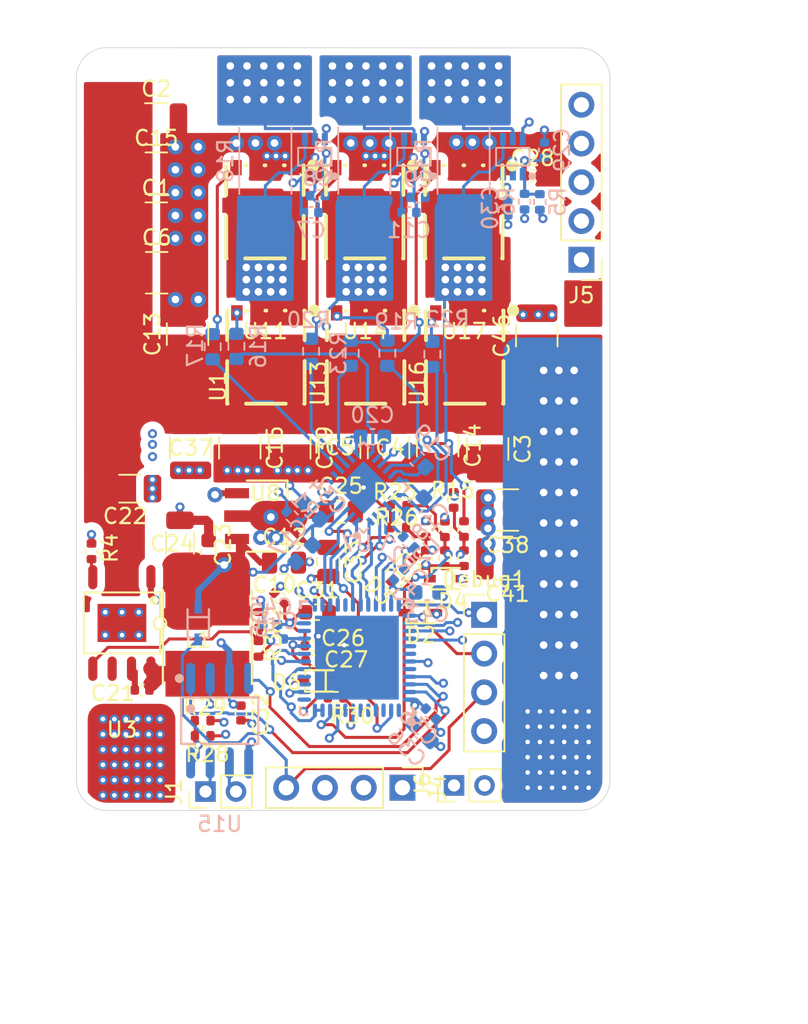
<source format=kicad_pcb>
(kicad_pcb (version 20240108) (generator "pcbnew") (generator_version "8.0")
  (layers (0 "F.Cu" signal) (1 "In1.Cu" signal) (2 "In2.Cu" signal) (3 "In3.Cu" signal) (4 "In4.Cu" signal) (31 "B.Cu" signal) (34 "B.Paste" user) (35 "F.Paste" user) (36 "B.SilkS" user "B.Silkscreen") (37 "F.SilkS" user "F.Silkscreen") (38 "B.Mask" user) (39 "F.Mask" user) (44 "Edge.Cuts" user))
  (net 0 "")
  (net 1 "+12V")
  (net 2 "/microcontroller/5V")
  (net 3 "+3.3V")
  (net 4 "/FETs/ZERO_CROSS_A")
  (net 5 "/FETs/ZERO_CROSS_B")
  (net 6 "/FETs/ZERO_CROSS_C")
  (net 7 "/FETs/pseudo neutral")
  (net 8 "Net-(U1-G)")
  (net 9 "/FETs/phase_A")
  (net 10 "VDD")
  (net 11 "/gate_driver/sig_AH")
  (net 12 "/GLC")
  (net 13 "Net-(U2-MODE)")
  (net 14 "Net-(U2-BSTB)")
  (net 15 "/GHA")
  (net 16 "/FETs/phase_B")
  (net 17 "Net-(U2-DT)")
  (net 18 "/GHC")
  (net 19 "/gate_driver/sig_CH")
  (net 21 "/FETs/phase_C")
  (net 22 "/gate_driver/sig_AL")
  (net 23 "GND")
  (net 24 "/gate_driver/sig__BL")
  (net 25 "/gate_driver/sig__BH")
  (net 26 "/GHB")
  (net 27 "/GLA")
  (net 28 "Net-(U2-BSTA)")
  (net 29 "/gate_driver/sig_CL")
  (net 30 "/GLB")
  (net 31 "Net-(U2-BSTC)")
  (net 33 "Net-(U3-FB)")
  (net 34 "Net-(U3-SW)")
  (net 35 "Net-(U3-BST)")
  (net 37 "Net-(U3-RON)")
  (net 38 "/FETs/Cur_A")
  (net 39 "/FETs/amp_vref")
  (net 40 "/FETs/Cur_B")
  (net 41 "/FETs/Cur_C")
  (net 42 "/microcontroller/CAN_TX")
  (net 44 "/microcontroller/SPI_SCK")
  (net 45 "/microcontroller/HALL_3")
  (net 46 "/microcontroller/SPI_MOSI")
  (net 48 "/microcontroller/CUR_REF_SENSE")
  (net 49 "/microcontroller/HALL_1")
  (net 52 "/microcontroller/DEBUG_SWDIO")
  (net 54 "/microcontroller/DEBUG_SWO")
  (net 55 "/microcontroller/USB_D+")
  (net 56 "/microcontroller/UART_RX")
  (net 57 "/microcontroller/UART_TX")
  (net 58 "/microcontroller/HALL_2")
  (net 59 "/microcontroller/DEBUG_JTRST{slash}MISO")
  (net 63 "/microcontroller/CAN_RX")
  (net 64 "/microcontroller/DEBUG_SWCLK")
  (net 65 "/microcontroller/USB_D-")
  (net 66 "Net-(J1-Pin_1)")
  (net 67 "Net-(J1-Pin_2)")
  (net 68 "Net-(U11-G)")
  (net 69 "Net-(U13-G)")
  (net 70 "Net-(U14-G)")
  (net 71 "Net-(U15-RS)")
  (net 72 "Net-(U16-G)")
  (net 73 "Net-(U17-G)")
  (net 74 "Net-(U7-PG10-NRST)")
  (net 75 "/FETs/phase_A_out")
  (net 76 "/FETs/phase_B_out")
  (net 77 "/FETs/phase_C_out")
  (footprint "easyeda2kicad:DFN-5_L4.9-W5.9-P1.27-LS6.2-BL" (layer "F.Cu") (at 107.435 45.19 180)
    (property "Reference" "U1")
    (property "Value" "SP40N01AGNP" (hide yes))
  )
  (footprint "Resistor_SMD:R_0402_1005Metric" (layer "F.Cu") (at 117.925 59.45 90)
    (property "Reference" "R14" (hide yes))
    (property "Value" "40k" (hide yes))
  )
  (footprint "Connector_PinHeader_2.54mm:PinHeader_1x05_P2.54mm_Vertical" (layer "F.Cu") (at 128.125 39.9 180)
    (property "Reference" "J5")
    (property "Value" "HALL sensors")
  )
  (footprint "easyeda2kicad:IND-SMD_L5.8-W5.2" (layer "F.Cu") (at 103.6 64.7 -90)
    (property "Reference" "L1")
    (property "Value" "220u" (hide yes))
  )
  (footprint "Resistor_SMD:R_0402_1005Metric" (layer "F.Cu") (at 116.14 56.025)
    (property "Reference" "R25")
    (property "Value" "10k" (hide yes))
  )
  (footprint "Connector_PinHeader_2.54mm:PinHeader_1x04_P2.54mm_Vertical" (layer "F.Cu") (at 116.39 74.5 -90)
    (property "Reference" "J4")
    (property "Value" "Conn_01x04" (hide yes))
  )
  (footprint "Resistor_SMD:R_0402_1005Metric" (layer "F.Cu") (at 119.175 59.459999 90)
    (property "Reference" "R8" (hide yes))
    (property "Value" "40k" (hide yes))
  )
  (footprint "Capacitor_SMD:C_1210_3225Metric" (layer "F.Cu") (at 112.27 52.195 -90)
    (property "Reference" "C5")
    (property "Value" "4.7u" (hide yes))
  )
  (footprint "Capacitor_SMD:C_0402_1005Metric" (layer "F.Cu") (at 99.32 68.1)
    (property "Reference" "C21")
    (property "Value" "2n" (hide yes))
  )
  (footprint "Capacitor_SMD:C_0805_2012Metric" (layer "F.Cu") (at 108.625 59.75)
    (property "Reference" "C12")
    (property "Value" "10u" (hide yes))
  )
  (footprint "easyeda2kicad:SO-8_L4.9-W3.9-P1.27-LS6.0-BL-EP" (layer "F.Cu") (at 97.994988 63.7 180)
    (property "Reference" "U3")
    (property "Value" "LM5164DDAR" (hide yes))
  )
  (footprint "easyeda2kicad:SOT-89-3_L4.5-W2.5-P1.50-LS4.2-BR" (layer "F.Cu") (at 106.9 56.7 180)
    (property "Reference" "U8")
    (property "Value" "AMS1117-3.3(XBLW)" (hide yes))
  )
  (footprint "Resistor_SMD:R_0402_1005Metric" (layer "F.Cu") (at 117.925 57.540001 90)
    (property "Reference" "R11" (hide yes))
    (property "Value" "40k" (hide yes))
  )
  (footprint "Resistor_SMD:R_0402_1005Metric" (layer "F.Cu") (at 103.290001 70.1)
    (property "Reference" "R29")
    (property "Value" "DNP" (hide yes))
  )
  (footprint "Capacitor_SMD:C_1206_3216Metric" (layer "F.Cu") (at 98.524999 54.9)
    (property "Reference" "C22")
    (property "Value" "2.2u" (hide yes))
  )
  (footprint "Resistor_SMD:R_0402_1005Metric" (layer "F.Cu") (at 96 59.009999 90)
    (property "Reference" "R4")
    (property "Value" "100k" (hide yes))
  )
  (footprint "easyeda2kicad:SOD-323_L1.7-W1.3-LS2.5-FD" (layer "F.Cu") (at 110.94 67.5)
    (property "Reference" "D6")
    (property "Value" "B16WS_C7420327" (hide yes))
  )
  (footprint "Capacitor_SMD:C_0402_1005Metric" (layer "F.Cu") (at 110.52 66.175)
    (property "Reference" "C27")
    (property "Value" "1u" (hide yes))
  )
  (footprint "easyeda2kicad:DFN-5_L4.9-W5.9-P1.27-LS6.2-BL" (layer "F.Cu") (at 107.375 35.67 180)
    (property "Reference" "U11")
    (property "Value" "SP40N01AGNP" (hide yes))
  )
  (footprint "easyeda2kicad:SOD-323_L1.7-W1.3-LS2.5-FD" (layer "F.Cu") (at 117.565 63.025)
    (property "Reference" "D2")
    (property "Value" "B16WS_C7420327" (hide yes))
  )
  (footprint "Capacitor_SMD:C_0402_1005Metric" (layer "F.Cu") (at 108.335589 62.060589 135)
    (property "Reference" "C10")
    (property "Value" "100n" (hide yes))
  )
  (footprint "Capacitor_SMD:C_1210_3225Metric" (layer "F.Cu") (at 125.2 44.875001 90)
    (property "Reference" "C46")
    (property "Value" "4.7u" (hide yes))
  )
  (footprint "Resistor_SMD:R_0402_1005Metric" (layer "F.Cu") (at 112.01 68.6)
    (property "Reference" "R30")
    (property "Value" "DNP" (hide yes))
  )
  (footprint "Connector_PinHeader_2.54mm:PinHeader_1x04_P2.54mm_Vertical" (layer "F.Cu") (at 121.75 63.17)
    (property "Reference" "Debug1")
    (property "Value" "Conn_01x04")
  )
  (footprint "Capacitor_SMD:C_0603_1608Metric" (layer "F.Cu") (at 110.8 63)
    (property "Reference" "C31")
    (property "Value" "4.7u" (hide yes))
  )
  (footprint "Resistor_SMD:R_0402_1005Metric" (layer "F.Cu") (at 116.115 57.45)
    (property "Reference" "R26")
    (property "Value" "10k" (hide yes))
  )
  (footprint "Capacitor_SMD:C_1210_3225Metric" (layer "F.Cu") (at 121.975 52.299999 -90)
    (property "Reference" "C3")
    (property "Value" "4.7u")
  )
  (footprint "Capacitor_SMD:C_1210_3225Metric" (layer "F.Cu") (at 109 52.224999 -90)
    (property "Reference" "C39")
    (property "Value" "4.7u")
  )
  (footprint "Capacitor_SMD:C_1210_3225Metric" (layer "F.Cu") (at 123.275001 56.3 180)
    (property "Reference" "C38")
    (property "Value" "4.7u" (hide yes))
  )
  (footprint "Resistor_SMD:R_0402_1005Metric" (layer "F.Cu") (at 106.95 65.4 -90)
    (property "Reference" "R3")
    (property "Value" "49.9k" (hide yes))
  )
  (footprint "Capacitor_SMD:C_0402_1005Metric" (layer "F.Cu") (at 124.92 34.4)
    (property "Reference" "C28")
    (property "Value" "1u" (hide yes))
  )
  (footprint "Capacitor_SMD:C_1210_3225Metric" (layer "F.Cu") (at 100.25 34.225)
    (property "Reference" "C15")
    (property "Value" "4.7u")
  )
  (footprint "Capacitor_SMD:C_1210_3225Metric" (layer "F.Cu") (at 100.25 37.5)
    (property "Reference" "C1")
    (property "Value" "4.7u")
  )
  (footprint "Capacitor_SMD:C_1210_3225Metric" (layer "F.Cu") (at 102.3 44.775001 90)
    (property "Reference" "C13")
    (property "Value" "4.7u" (hide yes))
  )
  (footprint "Capacitor_SMD:C_0805_2012Metric" (layer "F.Cu") (at 112.35 56.4)
    (property "Reference" "C25")
    (property "Value" "10u" (hide yes))
  )
  (footprint "Capacitor_SMD:C_1210_3225Metric" (layer "F.Cu") (at 105.725 52.225 -90)
    (property "Reference" "C16")
    (property "Value" "4.7u")
  )
  (footprint "easyeda2kicad:DFN-5_L4.9-W5.9-P1.27-LS6.2-BL" (layer "F.Cu") (at 120.415606 35.67 180)
    (property "Reference" "U17")
    (property "Value" "SP40N01AGNP" (hide yes))
  )
  (footprint "easyeda2kicad:SOD-323_L1.7-W1.3-LS2.5-FD" (layer "F.Cu") (at 119.225 60.8)
    (property "Reference" "D4")
    (property "Value" "B16WS_C7420327" (hide yes))
  )
  (footprint "Resistor_SMD:R_0402_1005Metric" (layer "F.Cu") (at 120.425 59.459999 90)
    (property "Reference" "R7" (hide yes))
    (property "Value" "40k" (hide yes))
  )
  (footprint "Capacitor_SMD:C_1210_3225Metric" (layer "F.Cu") (at 102.5 52.224999 -90)
    (property "Reference" "C37")
    (property "Value" "4.7u" (hide yes))
  )
  (footprint "Capacitor_SMD:C_0603_1608Metric" (layer "F.Cu") (at 103.68 59.065 -90)
    (property "Reference" "C23")
    (property "Value" "2.2u" (hide yes))
  )
  (footprint "Capacitor_SMD:C_1210_3225Metric" (layer "F.Cu") (at 118.7 52.075001 -90)
    (property "Reference" "C14")
    (property "Value" "4.7u")
  )
  (footprint "easyeda2kicad:DFN-5_L4.9-W5.9-P1.27-LS6.2-BL" (layer "F.Cu") (at 120.475606 45.19 180)
    (property "Reference" "U16")
    (property "Value" "SP40N01AGNP" (hide yes))
  )
  (footprint "Capacitor_SMD:C_1210_3225Metric" (layer "F.Cu") (at 115.48 52.215 -90)
    (property "Reference" "C4")
    (property "Value" "4.7u" (hide yes))
  )
  (footprint "Resistor_SMD:R_0402_1005Metric" (layer "F.Cu") (at 119.75 55.640001 -90)
    (property "Reference" "R15")
    (property "Value" "10k" (hide yes))
  )
  (footprint "Capacitor_SMD:C_0402_1005Metric" (layer "F.Cu") (at 110.48 65.2)
    (property "Reference" "C26")
    (property "Value" "100n" (hide yes))
  )
  (footprint "easyeda2kicad:DFN-5_L4.9-W5.9-P1.27-LS6.2-BL" (layer "F.Cu") (at 113.975606 45.19 180)
    (property "Reference" "U13")
    (property "Value" "SP40N01AGNP" (hide yes))
  )
  (footprint "Capacitor_SMD:C_1206_3216Metric" (layer "F.Cu") (at 101.8 58.45 -90)
    (property "Reference" "C24")
    (property "Value" "47u" (hide yes))
  )
  (footprint "Capacitor_SMD:C_1210_3225Metric" (layer "F.Cu") (at 100.275 40.75)
    (property "Reference" "C6")
    (property "Value" "4.7u" (hide yes))
  )
  (footprint "Connector_PinHeader_2.00mm:PinHeader_1x02_P2.00mm_Vertical" (layer "F.Cu") (at 103.475 74.75 90)
    (property "Reference" "J1")
    (property "Value" "CAN")
  )
  (footprint "easyeda2kicad:DFN-5_L4.9-W5.9-P1.27-LS6.2-BL" (layer "F.Cu") (at 113.915606 35.67 180)
    (property "Reference" "U14")
    (property "Value" "SP40N01AGNP" (hide yes))
  )
  (footprint "Resistor_SMD:R_0402_1005Metric" (layer "F.Cu") (at 107 63.490001 -90)
    (property "Reference" "R2")
    (property "Value" "453k" (hide yes))
  )
  (footprint "Resistor_SMD:R_0402_1005Metric" (layer "F.Cu") (at 119.175 57.559999 90)
    (property "Reference" "R10" (hide yes))
    (property "Value" "40k" (hide yes))
  )
  (footprint "Capacitor_SMD:C_0402_1005Metric" (layer "F.Cu") (at 105.8 69.6 -90)
    (property "Reference" "C32")
    (property "Value" "100n" (hide yes))
  )
  (footprint "Resistor_SMD:R_0402_1005Metric" (layer "F.Cu") (at 120.425 57.55 90)
    (property "Reference" "R9" (hide yes))
    (property "Value" "40k" (hide yes))
  )
  (footprint "easyeda2kicad:SOD-323_L1.7-W1.3-LS2.5-FD" (layer "F.Cu") (at 116.435391 60.164609 -135)
    (property "Reference" "D3")
    (property "Value" "B16WS_C7420327" (hide yes))
  )
  (footprint "Capacitor_SMD:C_1210_3225Metric" (layer "F.Cu") (at 123.275001 59.5 180)
    (property "Reference" "C41")
    (property "Value" "4.7u")
  )
  (footprint "Resistor_SMD:R_0402_1005Metric" (layer "F.Cu") (at 103.290001 71.1 180)
    (property "Reference" "R28")
    (property "Value" "DNP" (hide yes))
  )
  (footprint "Capacitor_SMD:C_0805_2012Metric" (layer "F.Cu") (at 111.525 59.700001 -90)
    (property "Reference" "C33")
    (property "Value" "10u" (hide yes))
  )
  (footprint "Connector_PinHeader_2.00mm:PinHeader_1x02_P2.00mm_Vertical" (layer "F.Cu") (at 119.775 74.35 90)
    (property "Reference" "J6")
    (property "Value" "UART")
  )
  (footprint "Capacitor_SMD:C_1210_3225Metric" (layer "F.Cu") (at 100.225 31)
    (property "Reference" "C2")
    (property "Value" "4.7u" (hide yes))
  )
  (footprint "Capacitor_SMD:C_0603_1608Metric" (layer "B.Cu") (at 109.948008 59.151992 -135)
    (property "Reference" "C17")
    (property "Value" "2.2u" (hide yes))
  )
  (footprint "Capacitor_SMD:C_0603_1608Metric" (layer "B.Cu") (at 118.025 61.7)
    (property "Reference" "C43")
    (property "Value" "4.7u" (hide yes))
  )
  (footprint "Resistor_SMD:R_0402_1005Metric" (layer "B.Cu") (at 124.4 36.090001 -90)
    (property "Reference" "R6")
    (property "Value" "63.4k" (hide yes))
  )
  (footprint "Capacitor_SMD:C_0402_1005Metric" (layer "B.Cu") (at 117.4 35.8 180)
    (property "Reference" "C9")
    (property "Value" "300n" (hide yes))
  )
  (footprint "Capacitor_SMD:C_0402_1005Metric" (layer "B.Cu") (at 107.745 63.8 180)
    (property "Reference" "C45")
    (property "Value" "1u" (hide yes))
  )
  (footprint "Capacitor_SMD:C_0402_1005Metric" (layer "B.Cu") (at 116.82 36.8)
    (property "Reference" "C11")
    (property "Value" "300n" (hide yes))
  )
  (footprint "easyeda2kicad:SOIC-8_L4.9-W3.9-P1.27-LS6.0-BL" (layer "B.Cu") (at 104.41 70.105)
    (property "Reference" "U15")
    (property "Value" "SN65HVD234DR" (hide yes))
  )
  (footprint "Resistor_SMD:R_0402_1005Metric" (layer "B.Cu") (at 116.8 58.4 -45)
    (property "Reference" "R27")
    (property "Value" "0")
  )
  (footprint "Capacitor_SMD:C_0402_1005Metric" (layer "B.Cu") (at 110.4 36.8)
    (property "Reference" "C7")
    (property "Value" "300n" (hide yes))
  )
  (footprint "Resistor_SMD:R_0603_1608Metric" (layer "B.Cu") (at 118.35 46.1 90)
    (property "Reference" "R22")
    (property "Value" "4" (hide yes))
  )
  (footprint "Capacitor_SMD:C_0402_1005Metric" (layer "B.Cu") (at 125.7 32.7 90)
    (property "Reference" "C29")
    (property "Value" "300n" (hide yes))
  )
  (footprint "Resistor_SMD:R_0402_1005Metric" (layer "B.Cu") (at 125.4 36.109999 90)
    (property "Reference" "R5")
    (property "Value" "63.4k" (hide yes))
  )
  (footprint "Capacitor_SMD:C_0402_1005Metric" (layer "B.Cu") (at 116.160589 60.539411 45)
    (property "Reference" "C42")
    (property "Value" "100n" (hide yes))
  )
  (footprint "Capacitor_SMD:C_0402_1005Metric" (layer "B.Cu") (at 108.13 64.75 180)
    (property "Reference" "C44")
    (property "Value" "10n" (hide yes))
  )
  (footprint "Resistor_SMD:R_0603_1608Metric" (layer "B.Cu") (at 110.4 45.9 90)
    (property "Reference" "R20")
    (property "Value" "4" (hide yes))
  )
  (footprint "Resistor_SMD:R_0603_1608Metric" (layer "B.Cu") (at 113 46.025 90)
    (property "Reference" "R23")
    (property "Value" "4" (hide yes))
  )
  (footprint "easyeda2kicad:SC70-6_L2.1-W1.3-P0.65-LS2.3-BL" (layer "B.Cu") (at 123.6325 33.15 180)
    (property "Reference" "U6" (hide yes))
    (property "Value" "TP181A1-CR" (hide yes))
  )
  (footprint "Capacitor_SMD:C_0603_1608Metric" (layer "B.Cu") (at 117.248008 56.051992 45)
    (property "Reference" "C18")
    (property "Value" "300n" (hide yes))
  )
  (footprint "easyeda2kicad:SOD-323_L1.7-W1.3-LS2.5-FD" (layer "B.Cu") (at 103 63.74 90)
    (property "Reference" "D5")
    (property "Value" "B16WS_C7420327" (hide yes))
  )
  (footprint "Capacitor_SMD:C_0603_1608Metric" (layer "B.Cu") (at 114.425 51.5 180)
    (property "Reference" "C20")
    (property "Value" "300n" (hide yes))
  )
  (footprint "Resistor_SMD:R_0603_1608Metric" (layer "B.Cu") (at 105.5 45.575 90)
    (property "Reference" "R16")
    (property "Value" "4")
  )
  (footprint "Resistor_SMD:R_2512_6332Metric" (layer "B.Cu") (at 113.890606 33.4 -90)
    (property "Reference" "R32")
    (property "Value" "2m" (hide yes))
  )
  (footprint "Capacitor_SMD:C_0603_1608Metric" (layer "B.Cu") (at 117.669186 70.869186 -45)
    (property "Reference" "C36")
    (property "Value" "4.7u" (hide yes))
  )
  (footprint "easyeda2kicad:UFQFPN-48_L7.0-W7.0-P0.50-BL-EP" (layer "B.Cu") (at 113.4 65.975 180)
    (property "Reference" "U7")
    (property "Value" "STM32G431CBU6" (hide yes))
  )
  (footprint "easyeda2kicad:VQFN-24_L4.0-W4.0-P0.50-TL-EP2.5" (layer "B.Cu") (at 113.84038 54.827384 45)
    (property "Reference" "U2")
    (property "Value" "DRV8300DRGER_C3655801" (hide yes))
  )
  (footprint "Capacitor_SMD:C_0402_1005Metric" (layer "B.Cu") (at 118.260589 69.660589 -45)
    (property "Reference" "C35")
    (property "Value" "100n" (hide yes))
  )
  (footprint "easyeda2kicad:SC70-6_L2.1-W1.3-P0.65-LS2.3-BL" (layer "B.Cu") (at 110.65 33.15 180)
    (property "Reference" "U4" (hide yes))
    (property "Value" "TP181A1-CR" (hide yes))
  )
  (footprint "Resistor_SMD:R_0402_1005Metric" (layer "B.Cu") (at 109.160624 56.760624 135)
    (property "Reference" "R1")
    (property "Value" "0")
  )
  (footprint "Resistor_SMD:R_2512_6332Metric" (layer "B.Cu") (at 120.4 33.4 -90)
    (property "Reference" "R33")
    (property "Value" "2m" (hide yes))
  )
  (footprint "Resistor_SMD:R_2512_6332Metric" (layer "B.Cu") (at 107.4 33.4125 -90)
    (property "Reference" "R18")
    (property "Value" "2m" (hide yes))
  )
  (footprint "Resistor_SMD:R_0603_1608Metric" (layer "B.Cu") (at 103.95 45.6 90)
    (property "Reference" "R17")
    (property "Value" "4" (hide yes))
  )
  (footprint "Resistor_SMD:R_0603_1608Metric" (layer "B.Cu") (at 115.4 46.025 90)
    (property "Reference" "R19")
    (property "Value" "4" (hide yes))
  )
  (footprint "Capacitor_SMD:C_0603_1608Metric" (layer "B.Cu") (at 117.348008 52.948008 135)
    (property "Reference" "C19")
    (property "Value" "300n" (hide yes))
  )
  (footprint "Capacitor_SMD:C_0402_1005Metric" (layer "B.Cu") (at 110.82 35.7 180)
    (property "Reference" "C8")
    (property "Value" "300n" (hide yes))
  )
  (footprint "Capacitor_SMD:C_0603_1608Metric" (layer "B.Cu") (at 110.451992 56.351992 135)
    (property "Reference" "C34")
    (property "Value" "2.2u" (hide yes))
  )
  (footprint "easyeda2kicad:SC70-6_L2.1-W1.3-P0.65-LS2.3-BL" (layer "B.Cu") (at 117.15 33.15 180)
    (property "Reference" "U5" (hide yes))
    (property "Value" "TP181A1-CR" (hide yes))
  )
  (footprint "Capacitor_SMD:C_0402_1005Metric" (layer "B.Cu") (at 123.3 36.5 -90)
    (property "Reference" "C30")
    (property "Value" "300n" (hide yes))
  )
  (gr_arc (start 128 26.014214) (mid 129.414218 26.599996) (end 130 28.014214) (stroke (width 0.05)) (layer "Edge.Cuts"))
  (gr_arc (start 97.014214 75.985786) (mid 95.6 75.4) (end 95.014214 73.985786) (stroke (width 0.05)) (layer "Edge.Cuts"))
  (gr_line (start 95.014214 73.985786) (end 95 28) (stroke (width 0.05)) (layer "Edge.Cuts"))
  (gr_arc (start 130 73.985786) (mid 129.414218 75.400004) (end 128 75.985786) (stroke (width 0.05)) (layer "Edge.Cuts"))
  (gr_line (start 128 75.985786) (end 97.014214 75.985786) (stroke (width 0.05)) (layer "Edge.Cuts"))
  (gr_arc (start 95 28) (mid 95.585786 26.585786) (end 97 26) (stroke (width 0.05)) (layer "Edge.Cuts"))
  (gr_line (start 130 28.014214) (end 130 73.985786) (stroke (width 0.05)) (layer "Edge.Cuts"))
  (gr_line (start 97 26) (end 128 26.014214) (stroke (width 0.05)) (layer "Edge.Cuts"))
  (segment (start 107 62.980002) (end 104.210002 62.980002) (width 0.4) (layer "F.Cu") (net 1))
  (segment (start 106.597938 60.376804) (end 106.421134 60.2) (width 0.2) (layer "F.Cu") (net 1))
  (segment (start 107.675 59.75) (end 107.09 59.75) (width 0.4) (layer "F.Cu") (net 1))
  (segment (start 105.77 60.2) (end 105.77 58.43) (width 0.6) (layer "F.Cu") (net 1))
  (segment (start 103.6 62.37) (end 105.77 60.2) (width 0.6) (layer "F.Cu") (net 1))
  (segment (start 105.77 58.43) (end 105.54 58.2) (width 0.6) (layer "F.Cu") (net 1))
  (segment (start 107.09 59.75) (end 105.54 58.2) (width 0.4) (layer "F.Cu") (net 1))
  (segment (start 106.421134 60.2) (end 105.77 60.2) (width 0.2) (layer "F.Cu") (net 1))
  (via (at 106.597938 60.376804) (size 0.6) (drill 0.3) (layers "F.Cu" "B.Cu") (net 1))
  (via (at 104.7 59.9) (size 1) (drill 0.5) (layers "F.Cu" "B.Cu") (net 1))
  (segment (start 103 61.6) (end 104.7 59.9) (width 0.4) (layer "B.Cu") (net 1))
  (segment (start 110.466551 57.333449) (end 110.980761 57.333449) (width 0.2) (layer "B.Cu") (net 1))
  (segment (start 110.496016 58.603984) (end 110.496016 57.403984) (width 0.2) (layer "B.Cu") (net 1))
  (segment (start 110.496016 57.403984) (end 111 56.9) (width 0.2) (layer "B.Cu") (net 1))
  (segment (start 103 62.7) (end 103 61.6) (width 0.4) (layer "B.Cu") (net 1))
  (segment (start 107.423196 60.376804) (end 110.466551 57.333449) (width 0.2) (layer "B.Cu") (net 1))
  (segment (start 110.980761 57.333449) (end 112.3201 55.99411) (width 0.2) (layer "B.Cu") (net 1))
  (segment (start 106.597938 60.376804) (end 107.423196 60.376804) (width 0.2) (layer "B.Cu") (net 1))
  (segment (start 110.02 73.25) (end 108.77 74.5) (width 0.2) (layer "F.Cu") (net 2))
  (segment (start 119.45 70.55) (end 119.45 72.027818) (width 0.2) (layer "F.Cu") (net 2))
  (segment (start 118.227818 73.25) (end 110.02 73.25) (width 0.2) (layer "F.Cu") (net 2))
  (segment (start 119.45 72.027818) (end 118.227818 73.25) (width 0.2) (layer "F.Cu") (net 2))
  (segment (start 121.75 68.25) (end 119.45 70.55) (width 0.2) (layer "F.Cu") (net 2))
  (segment (start 107.04208 70.95) (end 108.77 72.67792) (width 0.2) (layer "B.Cu") (net 2))
  (segment (start 105.672182 71.55) (end 106.272182 70.95) (width 0.2) (layer "B.Cu") (net 2))
  (segment (start 101.955 69.685) (end 103.82 71.55) (width 0.2) (layer "B.Cu") (net 2))
  (segment (start 106.272182 70.95) (end 107.04208 70.95) (width 0.2) (layer "B.Cu") (net 2))
  (segment (start 103.82 71.55) (end 105.672182 71.55) (width 0.2) (layer "B.Cu") (net 2))
  (segment (start 103 64.78) (end 101.955 65.825) (width 0.2) (layer "B.Cu") (net 2))
  (segment (start 101.955 65.825) (end 101.955 69.685) (width 0.2) (layer "B.Cu") (net 2))
  (segment (start 108.77 72.67792) (end 108.77 74.5) (width 0.2) (layer "B.Cu") (net 2))
  (segment (start 111.525 58.750002) (end 110.310002 58.750002) (width 0.4) (layer "F.Cu") (net 3))
  (segment (start 108.675 62.4) (end 108.675 63.375) (width 0.2) (layer "F.Cu") (net 3))
  (segment (start 110.8 68.6) (end 109.9 69.5) (width 0.2) (layer "F.Cu") (net 3))
  (segment (start 108.675 63.375) (end 109 63.7) (width 0.2) (layer "F.Cu") (net 3))
  (segment (start 109.2 65.775) (end 109.6 66.175) (width 0.2) (layer "F.Cu") (net 3))
  (segment (start 109.208832 65.125) (end 109.2 65.133832) (width 0.2) (layer "F.Cu") (net 3))
  (segment (start 115.7 61.475) (end 115.7 60.9) (width 0.2) (layer "F.Cu") (net 3))
  (segment (start 110 65.2) (end 110 64.21) (width 0.2) (layer "F.Cu") (net 3))
  (segment (start 111.125 56.675) (end 108.285 56.675) (width 0.4) (layer "F.Cu") (net 3))
  (segment (start 109.283832 65.2) (end 109.208832 65.125) (width 0.2) (layer "F.Cu") (net 3))
  (segment (start 109 63.7) (end 109.5 64.2) (width 0.2) (layer "F.Cu") (net 3))
  (segment (start 109.6 66.175) (end 110.04 66.175) (width 0.2) (layer "F.Cu") (net 3))
  (segment (start 109.5 64.2) (end 109.99 64.2) (width 0.2) (layer "F.Cu") (net 3))
  (segment (start 110 64.21) (end 109.99 64.2) (width 0.2) (layer "F.Cu") (net 3))
  (segment (start 115.761029 61.536029) (end 115.7 61.475) (width 0.2) (layer "F.Cu") (net 3))
  (segment (start 110.310002 58.750002) (end 108.26 56.7) (width 0.4) (layer "F.Cu") (net 3))
  (segment (start 105.3 69.030002) (end 105.389998 69.12) (width 0.2) (layer "F.Cu") (net 3))
  (segment (start 105.389998 69.12) (end 105.8 69.12) (width 0.2) (layer "F.Cu") (net 3))
  (segment (start 110 65.2) (end 109.283832 65.2) (width 0.2) (layer "F.Cu") (net 3))
  (segment (start 109.2 65.133832) (end 109.2 65.775) (width 0.2) (layer "F.Cu") (net 3))
  (segment (start 111.5 68.6) (end 110.8 68.6) (width 0.2) (layer "F.Cu") (net 3))
  (segment (start 111.98 67.5) (end 111.365 67.5) (width 0.2) (layer "F.Cu") (net 3))
  (segment (start 104.7 71.1) (end 104.8 71) (width 0.2) (layer "F.Cu") (net 3))
  (segment (start 103.8 71.1) (end 104.7 71.1) (width 0.2) (layer "F.Cu") (net 3))
  (segment (start 111.365 67.5) (end 110.04 66.175) (width 0.2) (layer "F.Cu") (net 3))
  (segment (start 109 63.7) (end 109.7 63) (width 0.2) (layer "F.Cu") (net 3))
  (via (at 117.2 69.1) (size 0.6) (drill 0.3) (layers "F.Cu" "B.Cu") (net 3))
  (via (at 120.265 60.8) (size 0.6) (drill 0.3) (layers "F.Cu" "B.Cu") (net 3))
  (via (at 109.208832 65.125) (size 0.6) (drill 0.3) (layers "F.Cu" "B.Cu") (net 3))
  (via (at 106.5 71.5) (size 0.6) (drill 0.3) (layers "F.Cu" "B.Cu") (net 3))
  (via (at 108.1 58.1) (size 1) (drill 0.5) (layers "F.Cu" "B.Cu") (net 3))
  (via (at 107.760445 56.760445) (size 1) (drill 0.5) (layers "F.Cu" "B.Cu") (net 3))
  (via (at 109 63.7) (size 0.6) (drill 0.3) (layers "F.Cu" "B.Cu") (net 3))
  (via (at 115.833585 34.873678) (size 0.6) (drill 0.3) (layers "F.Cu" "B.Cu") (net 3))
  (via (at 125.600003 37.2) (size 0.6) (drill 0.3) (layers "F.Cu" "B.Cu") (net 3))
  (via (at 115.761029 61.536029) (size 0.6) (drill 0.3) (layers "F.Cu" "B.Cu") (net 3))
  (via (at 109.9 69.5) (size 0.6) (drill 0.3) (layers "F.Cu" "B.Cu") (net 3))
  (via (at 109.217342 34.860001) (size 0.6) (drill 0.3) (layers "F.Cu" "B.Cu") (net 3))
  (via (at 104.5 65) (size 0.6) (drill 0.3) (layers "F.Cu" "B.Cu") (net 3))
  (via (at 104.8 71) (size 0.6) (drill 0.3) (layers "F.Cu" "B.Cu") (net 3))
  (via (at 107.1 58.1) (size 1) (drill 0.5) (layers "F.Cu" "B.Cu") (net 3))
  (via (at 123.230492 35.157378) (size 0.6) (drill 0.3) (layers "F.Cu" "B.Cu") (net 3))
  (via (at 105.3 69.030002) (size 0.6) (drill 0.3) (layers "F.Cu" "B.Cu") (net 3))
  (via (at 118.625 63.125) (size 0.6) (drill 0.3) (layers "F.Cu" "B.Cu") (net 3))
  (segment (start 115.926322 34.873678) (end 116.5 34.3) (width 0.2) (layer "B.Cu") (net 3))
  (segment (start 115.7 61.5) (end 116.95 61.5) (width 0.2) (layer "B.Cu") (net 3))
  (segment (start 108.225 63.8) (end 108.225 64.365) (width 0.2) (layer "B.Cu") (net 3))
  (segment (start 117.325 68.725) (end 117.921178 69.321178) (width 0.2) (layer "B.Cu") (net 3))
  (segment (start 105.04 68.770002) (end 105.04 67.46) (width 0.2) (layer "B.Cu") (net 3))
  (segment (start 122.9825 34.909386) (end 122.9825 34.3) (width 0.2) (layer "B.Cu") (net 3))
  (segment (start 125.4 36.619998) (end 125.4 36.999997) (width 0.2) (layer "B.Cu") (net 3))
  (segment (start 106.31 71.69) (end 106.5 71.5) (width 0.4) (layer "B.Cu") (net 3))
  (segment (start 105.3 69.030002) (end 105.04 68.770002) (width 0.2) (layer "B.Cu") (net 3))
  (segment (start 117.2 69.1) (end 117.2 69.075) (width 0.2) (layer "B.Cu") (net 3))
  (segment (start 116.85 68.725) (end 117.325 68.725) (width 0.2) (layer "B.Cu") (net 3))
  (segment (start 108.225 63.8) (end 108.9 63.8) (width 0.2) (layer "B.Cu") (net 3))
  (segment (start 109.76 36.64) (end 109.76 34.54) (width 0.2) (layer "B.Cu") (net 3))
  (segment (start 108.225 64.365) (end 108.61 64.75) (width 0.2) (layer "B.Cu") (net 3))
  (segment (start 115.821178 61.47588) (end 115.821178 60.878822) (width 0.2) (layer "B.Cu") (net 3))
  (segment (start 109.95 64.725) (end 109.95 65.225) (width 0.2) (layer "B.Cu") (net 3))
  (segment (start 123.230492 35.157378) (end 122.9825 34.909386) (width 0.2) (layer "B.Cu") (net 3))
  (segment (start 108.635 64.725) (end 109.95 64.725) (width 0.2) (layer "B.Cu") (net 3))
  (segment (start 115.65 61.647058) (end 115.65 62.525) (width 0.2) (layer "B.Cu") (net 3))
  (segment (start 108.9 63.8) (end 109 63.7) (width 0.2) (layer "B.Cu") (net 3))
  (segment (start 105.04 65.54) (end 104.5 65) (width 0.4) (layer "B.Cu") (net 3))
  (segment (start 109.217342 34.860001) (end 109.439999 34.860001) (width 0.2) (layer "B.Cu") (net 3))
  (segment (start 115.761029 61.536029) (end 115.65 61.647058) (width 0.2) (layer "B.Cu") (net 3))
  (segment (start 106.31 73.04) (end 106.31 71.69) (width 0.4) (layer "B.Cu") (net 3))
  (segment (start 123.3 36.02) (end 123.3 35.226886) (width 0.2) (layer "B.Cu") (net 3))
  (segment (start 115.797058 61.5) (end 115.809158 61.5) (width 0.4) (layer "B.Cu") (net 3))
  (segment (start 109.76 34.54) (end 110 34.3) (width 0.2) (layer "B.Cu") (net 3))
  (segment (start 125.4 36.999997) (end 125.600003 37.2) (width 0.2) (layer "B.Cu") (net 3))
  (segment (start 109 63.7) (end 109.025 63.725) (width 0.2) (layer "B.Cu") (net 3))
  (segment (start 115.761029 61.536029) (end 115.821178 61.47588) (width 0.2) (layer "B.Cu") (net 3))
  (segment (start 116.34 34.46) (end 116.34 36.8) (width 0.2) (layer "B.Cu") (net 3))
  (segment (start 109.025 63.725) (end 109.95 63.725) (width 0.2) (layer "B.Cu") (net 3))
  (segment (start 123.3 35.226886) (end 123.230492 35.157378) (width 0.2) (layer "B.Cu") (net 3))
  (segment (start 115.833585 34.873678) (end 115.926322 34.873678) (width 0.2) (layer "B.Cu") (net 3))
  (segment (start 109.95 65.225) (end 109.308832 65.225) (width 0.2) (layer "B.Cu") (net 3))
  (segment (start 117.2 69.075) (end 116.85 68.725) (width 0.2) (layer "B.Cu") (net 3))
  (segment (start 115.761029 61.536029) (end 115.725 61.5) (width 0.2) (layer "B.Cu") (net 3))
  (segment (start 117.2 70.242356) (end 117.2 69.1) (width 0.2) (layer "B.Cu") (net 3))
  (segment (start 105.04 67.5) (end 105.04 65.54) (width 0.4) (layer "B.Cu") (net 3))
  (segment (start 116.5 34.3) (end 116.34 34.46) (width 0.2) (layer "B.Cu") (net 3))
  (segment (start 109.308832 65.225) (end 109.208832 65.125) (width 0.2) (layer "B.Cu") (net 3))
  (segment (start 115.761029 61.536029) (end 115.797058 61.5) (width 0.4) (layer "B.Cu") (net 3))
  (segment (start 115.725 61.5) (end 115.699999 61.5) (width 0.2) (layer "B.Cu") (net 3))
  (segment (start 109.439999 34.860001) (end 110 34.3) (width 0.2) (layer "B.Cu") (net 3))
  (segment (start 119.8 57.435) (end 120.425 58.06) (width 0.2) (layer "F.Cu") (net 4))
  (segment (start 109.000003 67.5) (end 109 67.499997) (width 0.2) (layer "F.Cu") (net 4))
  (segment (start 120.425 58.960238) (end 120.183356 59.201882) (width 0.2) (layer "F.Cu") (net 4))
  (segment (start 119.8 56.2) (end 119.8 57.435) (width 0.2) (layer "F.Cu") (net 4))
  (segment (start 120.425 58.06) (end 120.425 58.95) (width 0.2) (layer "F.Cu") (net 4))
  (segment (start 109.9 67.5) (end 109.000003 67.5) (width 0.2) (layer "F.Cu") (net 4))
  (via (at 109 67.499997) (size 0.6) (drill 0.3) (layers "F.Cu" "B.Cu") (net 4))
  (via (at 120.183356 59.201882) (size 0.6) (drill 0.3) (layers "F.Cu" "B.Cu") (net 4))
  (segment (start 109 67.242746) (end 109.517746 66.725) (width 0.2) (layer "B.Cu") (net 4))
  (segment (start 109 67.499997) (end 109 67.242746) (width 0.2) (layer "B.Cu") (net 4))
  (segment (start 109.517746 66.725) (end 109.95 66.725) (width 0.2) (layer "B.Cu") (net 4))
  (segment (start 118.555 57.449998) (end 119.175 58.069998) (width 0.2) (layer "F.Cu") (net 5))
  (segment (start 116.5 63.05) (end 116.5 63.6) (width 0.2) (layer "F.Cu") (net 5))
  (segment (start 116.525 63.025) (end 116.525 63.575) (width 0.2) (layer "F.Cu") (net 5))
  (segment (start 117.975 56.025) (end 118.555 56.605) (width 0.2) (layer "F.Cu") (net 5))
  (segment (start 112.648529 71.2) (end 111.816849 70.36832) (width 0.2) (layer "F.Cu") (net 5))
  (segment (start 116.5 63.6) (end 116.5 70.648529) (width 0.2) (layer "F.Cu") (net 5))
  (segment (start 117.229006 60.7) (end 116.525 61.404006) (width 0.2) (layer "F.Cu") (net 5))
  (segment (start 115.948529 71.2) (end 112.648529 71.2) (width 0.2) (layer "F.Cu") (net 5))
  (segment (start 111.816849 70.36832) (end 111.057769 70.36832) (width 0.2) (layer "F.Cu") (net 5))
  (segment (start 116.5 70.648529) (end 115.948529 71.2) (width 0.2) (layer "F.Cu") (net 5))
  (segment (start 116.65 56.025) (end 117.975 56.025) (width 0.2) (layer "F.Cu") (net 5))
  (segment (start 118.555 56.605) (end 118.555 57.449998) (width 0.2) (layer "F.Cu") (net 5))
  (segment (start 119.175 58.991744) (end 119.383355 59.200099) (width 0.2) (layer "F.Cu") (net 5))
  (segment (start 116.525 61.404006) (end 116.525 63.025) (width 0.2) (layer "F.Cu") (net 5))
  (segment (start 119.175 58.069998) (end 119.175 58.95) (width 0.2) (layer "F.Cu") (net 5))
  (segment (start 116.525 63.575) (end 116.5 63.6) (width 0.2) (layer "F.Cu") (net 5))
  (via (at 117.229006 60.7) (size 0.6) (drill 0.3) (layers "F.Cu" "B.Cu") (net 5))
  (via (at 119.383355 59.200099) (size 0.6) (drill 0.3) (layers "F.Cu" "B.Cu") (net 5))
  (via (at 111.057769 70.36832) (size 0.6) (drill 0.3) (layers "F.Cu" "B.Cu") (net 5))
  (segment (start 119.383355 59.392949) (end 119.383355 59.200099) (width 0.2) (layer "B.Cu") (net 5))
  (segment (start 111.057769 70.36832) (end 111.138934 70.36832) (width 0.2) (layer "B.Cu") (net 5))
  (segment (start 111.138934 70.36832) (end 111.65 69.857254) (width 0.2) (layer "B.Cu") (net 5))
  (segment (start 111.65 69.857254) (end 111.65 69.425) (width 0.2) (layer "B.Cu") (net 5))
  (segment (start 118.076304 60.7) (end 119.383355 59.392949) (width 0.2) (layer "B.Cu") (net 5))
  (segment (start 117.229006 60.7) (end 118.076304 60.7) (width 0.2) (layer "B.Cu") (net 5))
  (segment (start 117.435783 59.429218) (end 117.925 58.940001) (width 0.2) (layer "F.Cu") (net 6))
  (segment (start 117.170782 59.429218) (end 117.435783 59.429218) (width 0.2) (layer "F.Cu") (net 6))
  (segment (start 117.925 58.05) (end 117.925 58.940001) (width 0.2) (layer "F.Cu") (net 6))
  (segment (start 117.225 58.05) (end 117.925 58.05) (width 0.2) (layer "F.Cu") (net 6))
  (segment (start 116.625 57.45) (end 117.225 58.05) (width 0.2) (layer "F.Cu") (net 6))
  (segment (start 118.336555 58.940001) (end 118.355 58.921556) (width 0.2) (layer "F.Cu") (net 6))
  (segment (start 117.925 58.940001) (end 118.336555 58.940001) (width 0.2) (layer "F.Cu") (net 6))
  (via (at 108.461029 66.161029) (size 0.6) (drill 0.3) (layers "F.Cu" "B.Cu") (net 6))
  (via (at 118.355 58.921556) (size 0.6) (drill 0.3) (layers "F.Cu" "B.Cu") (net 6))
  (segment (start 108.525 66.225) (end 109.95 66.225) (width 0.2) (layer "B.Cu") (net 6))
  (segment (start 108.461029 66.161029) (end 108.525 66.225) (width 0.2) (layer "B.Cu") (net 6))
  (segment (start 118.185 60.219999) (end 117.925 59.959999) (width 0.2) (layer "F.Cu") (net 7))
  (segment (start 119.175 59.969998) (end 118.021809 59.969998) (width 0.2) (layer "F.Cu") (net 7))
  (segment (start 118.185 60.8) (end 118.185 60.219999) (width 0.2) (layer "F.Cu") (net 7))
  (segment (start 117.925 59.959999) (end 119.165001 59.959999) (width 0.2) (layer "F.Cu") (net 7))
  (segment (start 117.925 59.959999) (end 120.415001 59.959999) (width 0.2) (layer "F.Cu") (net 7))
  (via (at 117.925 59.873189) (size 0.6) (drill 0.3) (layers "F.Cu" "B.Cu") (net 7))
  (via (at 109.1 69.2) (size 0.6) (drill 0.3) (layers "F.Cu" "B.Cu") (net 7))
  (segment (start 109.6 70.1) (end 109.1 69.6) (width 0.2) (layer "B.Cu") (net 7))
  (segment (start 107.9 67.4) (end 108.4 67.9) (width 0.2) (layer "B.Cu") (net 7))
  (segment (start 109.95 65.725) (end 108.960303 65.725) (width 0.2) (layer "B.Cu") (net 7))
  (segment (start 109.1 69.6) (end 109.1 69.2) (width 0.2) (layer "B.Cu") (net 7))
  (segment (start 108.273529 65.5) (end 107.861029 65.9125) (width 0.2) (layer "B.Cu") (net 7))
  (segment (start 107.861029 65.9125) (end 107.861029 66.409558) (width 0.2) (layer "B.Cu") (net 7))
  (segment (start 108.4 68.548529) (end 109.051471 69.2) (width 0.2) (layer "B.Cu") (net 7))
  (segment (start 111.15 69.425) (end 110.65 69.425) (width 0.2) (layer "B.Cu") (net 7))
  (segment (start 108.960303 65.725) (end 108.735303 65.5) (width 0.2) (layer "B.Cu") (net 7))
  (segment (start 107.9 66.448529) (end 107.9 67.4) (width 0.2) (layer "B.Cu") (net 7))
  (segment (start 107.861029 66.409558) (end 107.9 66.448529) (width 0.2) (layer "B.Cu") (net 7))
  (segment (start 109.051471 69.2) (end 109.1 69.2) (width 0.2) (layer "B.Cu") (net 7))
  (segment (start 110.345 70.1) (end 109.6 70.1) (width 0.2) (layer "B.Cu") (net 7))
  (segment (start 110.65 69.425) (end 110.65 69.795) (width 0.2) (layer "B.Cu") (net 7))
  (segment (start 108.4 67.9) (end 108.4 68.548529) (width 0.2) (layer "B.Cu") (net 7))
  (segment (start 110.65 69.795) (end 110.345 70.1) (width 0.2) (layer "B.Cu") (net 7))
  (segment (start 108.735303 65.5) (end 108.273529 65.5) (width 0.2) (layer "B.Cu") (net 7))
  (via (at 105.535 43.38) (size 0.6) (drill 0.3) (layers "F.Cu" "B.Cu") (net 8))
  (segment (start 105.535 43.38) (end 105.535 44.665) (width 0.2) (layer "B.Cu") (net 8))
  (segment (start 120.425 54.723653) (end 120.425 57.04) (width 0.2) (layer "F.Cu") (net 9))
  (segment (start 119.425 51.95) (end 119.275 51.8) (width 0.2) (layer "F.Cu") (net 9))
  (segment (start 120.444173 54.70448) (end 120.425 54.723653) (width 0.2) (layer "F.Cu") (net 9))
  (segment (start 119.425 51.95) (end 118.25 51.95) (width 0.2) (layer "F.Cu") (net 9))
  (segment (start 118.25 51.95) (end 118 51.7) (width 0.2) (layer "F.Cu") (net 9))
  (via (at 119.2 40.4) (size 1) (drill 0.5) (layers "F.Cu" "B.Cu") (net 9))
  (via (at 120 42) (size 1) (drill 0.5) (layers "F.Cu" "B.Cu") (net 9))
  (via (at 120 41.2) (size 1) (drill 0.5) (layers "F.Cu" "B.Cu") (net 9))
  (via (at 120.8 42) (size 1) (drill 0.5) (layers "F.Cu" "B.Cu") (net 9))
  (via (at 121.6 42) (size 1) (drill 0.5) (layers "F.Cu" "B.Cu") (net 9))
  (via (at 119.2 41.2) (size 1) (drill 0.5) (layers "F.Cu" "B.Cu") (net 9))
  (via (at 121.6 40.4) (size 1) (drill 0.5) (layers "F.Cu" "B.Cu") (net 9))
  (via (at 118 51.7) (size 0.6) (drill 0.3) (layers "F.Cu" "B.Cu") (net 9))
  (via (at 119.2 42) (size 1) (drill 0.5) (layers "F.Cu" "B.Cu") (net 9))
  (via (at 120.8 40.4) (size 1) (drill 0.5) (layers "F.Cu" "B.Cu") (net 9))
  (via (at 120.444173 54.70448) (size 0.6) (drill 0.3) (layers "F.Cu" "B.Cu") (net 9))
  (via (at 121.6 41.2) (size 1) (drill 0.5) (layers "F.Cu" "B.Cu") (net 9))
  (via (at 119.425 51.95) (size 0.6) (drill 0.3) (layers "F.Cu" "B.Cu") (net 9))
  (via (at 120.8 41.2) (size 1) (drill 0.5) (layers "F.Cu" "B.Cu") (net 9))
  (via (at 120 40.4) (size 1) (drill 0.5) (layers "F.Cu" "B.Cu") (net 9))
  (segment (start 119.15 47.281436) (end 119.15 42.05) (width 0.2) (layer "B.Cu") (net 9))
  (segment (start 119.6 53.860307) (end 119.6 52.125) (width 0.2) (layer "B.Cu") (net 9))
  (segment (start 117.796016 55.503984) (end 118.7113 54.5887) (width 0.2) (layer "B.Cu") (net 9))
  (segment (start 117.096016 54.803984) (end 116.659797 54.367765) (width 0.2) (layer "B.Cu") (net 9))
  (segment (start 120.8 40.4) (end 120.6 40.45) (width 0.2) (layer "B.Cu") (net 9))
  (segment (start 119.240606 47.372042) (end 119.15 47.281436) (width 0.2) (layer "B.Cu") (net 9))
  (segment (start 120.4 39.790606) (end 120.390606 39.8) (width 0.2) (layer "B.Cu") (net 9))
  (segment (start 117.796016 55.503984) (end 117.096016 54.803984) (width 0.2) (layer "B.Cu") (net 9))
  (segment (start 122.9825 33.266029) (end 122.098529 34.15) (width 0.2) (layer "B.Cu") (net 9))
  (segment (start 118 51.797793) (end 118 51.7) (width 0.2) (layer "B.Cu") (net 9))
  (segment (start 120.444173 54.70448) (end 119.6 53.860307) (width 0.2) (layer "B.Cu") (net 9))
  (segment (start 119.6 52.125) (end 119.425 51.95) (width 0.2) (layer "B.Cu") (net 9))
  (segment (start 120.4 35.1) (end 120.4 36.3625) (width 0.2) (layer "B.Cu") (net 9))
  (segment (start 118.7113 54.5887) (end 118.7113 52.509093) (width 0.2) (layer "B.Cu") (net 9))
  (segment (start 119.425 51.95) (end 119.240606 51.765606) (width 0.2) (layer "B.Cu") (net 9))
  (segment (start 118.7113 52.509093) (end 118 51.797793) (width 0.2) (layer "B.Cu") (net 9))
  (segment (start 122.098529 34.15) (end 121.35 34.15) (width 0.2) (layer "B.Cu") (net 9))
  (segment (start 121.35 34.15) (end 120.4 35.1) (width 0.2) (layer "B.Cu") (net 9))
  (segment (start 116.659797 54.367765) (end 116.067766 54.367765) (width 0.2) (layer "B.Cu") (net 9))
  (segment (start 122.9825 32) (end 122.9825 33.266029) (width 0.2) (layer "B.Cu") (net 9))
  (segment (start 119.240606 51.765606) (end 119.240606 47.372042) (width 0.2) (layer "B.Cu") (net 9))
  (segment (start 119.15 42.05) (end 119.2 42) (width 0.2) (layer "B.Cu") (net 9))
  (via (at 127.65 47.15) (size 1) (drill 0.5) (layers "F.Cu" "B.Cu") (net 10))
  (via (at 127.65 53.15) (size 1) (drill 0.5) (layers "F.Cu" "B.Cu") (net 10))
  (via (at 126.65 55.15) (size 1) (drill 0.5) (layers "F.Cu" "B.Cu") (net 10))
  (via (at 126.65 67.15) (size 1) (drill 0.5) (layers "F.Cu" "B.Cu") (net 10))
  (via (at 127.65 61.15) (size 1) (drill 0.5) (layers "F.Cu" "B.Cu") (net 10))
  (via (at 127 69.5) (size 0.6) (drill 0.3) (layers "F.Cu" "B.Cu") (net 10))
  (via (at 127 73.5) (size 0.6) (drill 0.3) (layers "F.Cu" "B.Cu") (net 10))
  (via (at 125.65 61.15) (size 1) (drill 0.5) (layers "F.Cu" "B.Cu") (net 10))
  (via (at 127 74.5) (size 0.6) (drill 0.3) (layers "F.Cu" "B.Cu") (net 10))
  (via (at 125.65 49.15) (size 1) (drill 0.5) (layers "F.Cu" "B.Cu") (net 10))
  (via (at 125.65 63.15) (size 1) (drill 0.5) (layers "F.Cu" "B.Cu") (net 10))
  (via (at 125.65 55.15) (size 1) (drill 0.5) (layers "F.Cu" "B.Cu") (net 10))
  (via (at 127.65 59.15) (size 1) (drill 0.5) (layers "F.Cu" "B.Cu") (net 10))
  (via (at 124.6 69.5) (size 0.6) (drill 0.3) (layers "F.Cu" "B.Cu") (net 10))
  (via (at 127.65 49.15) (size 1) (drill 0.5) (layers "F.Cu" "B.Cu") (net 10))
  (via (at 127.65 51.15) (size 1) (drill 0.5) (layers "F.Cu" "B.Cu") (net 10))
  (via (at 128.6 72.5) (size 0.6) (drill 0.3) (layers "F.Cu" "B.Cu") (net 10))
  (via (at 125.65 65.15) (size 1) (drill 0.5) (layers "F.Cu" "B.Cu") (net 10))
  (via (at 125.4 70.5) (size 0.6) (drill 0.3) (layers "F.Cu" "B.Cu") (net 10))
  (via (at 125.65 47.15) (size 1) (drill 0.5) (layers "F.Cu" "B.Cu") (net 10))
  (via (at 125.65 67.15) (size 1) (drill 0.5) (layers "F.Cu" "B.Cu") (net 10))
  (via (at 127 71.5) (size 0.6) (drill 0.3) (layers "F.Cu" "B.Cu") (net 10))
  (via (at 127.8 73.5) (size 0.6) (drill 0.3) (layers "F.Cu" "B.Cu") (net 10))
  (via (at 128.6 70.5) (size 0.6) (drill 0.3) (layers "F.Cu" "B.Cu") (net 10))
  (via (at 125.4 72.5) (size 0.6) (drill 0.3) (layers "F.Cu" "B.Cu") (net 10))
  (via (at 126.65 57.15) (size 1) (drill 0.5) (layers "F.Cu" "B.Cu") (net 10))
  (via (at 125.65 57.15) (size 1) (drill 0.5) (layers "F.Cu" "B.Cu") (net 10))
  (via (at 126.2 71.5) (size 0.6) (drill 0.3) (layers "F.Cu" "B.Cu") (net 10))
  (via (at 126.65 47.15) (size 1) (drill 0.5) (layers "F.Cu" "B.Cu") (net 10))
  (via (at 125.65 53.15) (size 1) (drill 0.5) (layers "F.Cu" "B.Cu") (net 10))
  (via (at 127.65 57.15) (size 1) (drill 0.5) (layers "F.Cu" "B.Cu") (net 10))
  (via (at 125.65 51.15) (size 1) (drill 0.5) (layers "F.Cu" "B.Cu") (net 10))
  (via (at 126.65 53.15) (size 1) (drill 0.5) (layers "F.Cu" "B.Cu") (net 10))
  (via (at 127.8 71.5) (size 0.6) (drill 0.3) (layers "F.Cu" "B.Cu") (net 10))
  (via (at 128.6 69.5) (size 0.6) (drill 0.3) (layers "F.Cu" "B.Cu") (net 10))
  (via (at 125.4 73.5) (size 0.6) (drill 0.3) (layers "F.Cu" "B.Cu") (net 10))
  (via (at 124.6 72.5) (size 0.6) (drill 0.3) (layers "F.Cu" "B.Cu") (net 10))
  (via (at 124.6 70.5) (size 0.6) (drill 0.3) (layers "F.Cu" "B.Cu") (net 10))
  (via (at 126.65 63.15) (size 1) (drill 0.5) (layers "F.Cu" "B.Cu") (net 10))
  (via (at 126.2 72.5) (size 0.6) (drill 0.3) (layers "F.Cu" "B.Cu") (net 10))
  (via (at 125.4 69.5) (size 0.6) (drill 0.3) (layers "F.Cu" "B.Cu") (net 10))
  (via (at 127.65 67.15) (size 1) (drill 0.5) (layers "F.Cu" "B.Cu") (net 10))
  (via (at 126.65 49.15) (size 1) (drill 0.5) (layers "F.Cu" "B.Cu") (net 10))
  (via (at 126.2 73.5) (size 0.6) (drill 0.3) (layers "F.Cu" "B.Cu") (net 10))
  (via (at 127.8 74.5) (size 0.6) (drill 0.3) (layers "F.Cu" "B.Cu") (net 10))
  (via (at 126.65 51.15) (size 1) (drill 0.5) (layers "F.Cu" "B.Cu") (net 10))
  (via (at 127.65 63.15) (size 1) (drill 0.5) (layers "F.Cu" "B.Cu") (net 10))
  (via (at 124.6 74.5) (size 0.6) (drill 0.3) (layers "F.Cu" "B.Cu") (net 10))
  (via (at 127.8 69.5) (size 0.6) (drill 0.3) (layers "F.Cu" "B.Cu") (net 10))
  (via (at 127.8 72.5) (size 0.6) (drill 0.3) (layers "F.Cu" "B.Cu") (net 10))
  (via (at 127.65 65.15) (size 1) (drill 0.5) (layers "F.Cu" "B.Cu") (net 10))
  (via (at 124.6 71.5) (size 0.6) (drill 0.3) (layers "F.Cu" "B.Cu") (net 10))
  (via (at 124.6 73.5) (size 0.6) (drill 0.3) (layers "F.Cu" "B.Cu") (net 10))
  (via (at 126.65 59.15) (size 1) (drill 0.5) (layers "F.Cu" "B.Cu") (net 10))
  (via (at 125.4 71.5) (size 0.6) (drill 0.3) (layers "F.Cu" "B.Cu") (net 10))
  (via (at 126.2 69.5) (size 0.6) (drill 0.3) (layers "F.Cu" "B.Cu") (net 10))
  (via (at 127.65 55.15) (size 1) (drill 0.5) (layers "F.Cu" "B.Cu") (net 10))
  (via (at 127.8 70.5) (size 0.6) (drill 0.3) (layers "F.Cu" "B.Cu") (net 10))
  (via (at 125.4 74.5) (size 0.6) (drill 0.3) (layers "F.Cu" "B.Cu") (net 10))
  (via (at 127 72.5) (size 0.6) (drill 0.3) (layers "F.Cu" "B.Cu") (net 10))
  (via (at 128.6 73.5) (size 0.6) (drill 0.3) (layers "F.Cu" "B.Cu") (net 10))
  (via (at 128.6 71.5) (size 0.6) (drill 0.3) (layers "F.Cu" "B.Cu") (net 10))
  (via (at 126.65 61.15) (size 1) (drill 0.5) (layers "F.Cu" "B.Cu") (net 10))
  (via (at 126.65 65.15) (size 1) (drill 0.5) (layers "F.Cu" "B.Cu") (net 10))
  (via (at 128.6 74.5) (size 0.6) (drill 0.3) (layers "F.Cu" "B.Cu") (net 10))
  (via (at 126.2 74.5) (size 0.6) (drill 0.3) (layers "F.Cu" "B.Cu") (net 10))
  (via (at 127 70.5) (size 0.6) (drill 0.3) (layers "F.Cu" "B.Cu") (net 10))
  (via (at 125.65 59.15) (size 1) (drill 0.5) (layers "F.Cu" "B.Cu") (net 10))
  (via (at 126.2 70.5) (size 0.6) (drill 0.3) (layers "F.Cu" "B.Cu") (net 10))
  (segment (start 115.431218 58.103521) (end 114.403817 58.103521) (width 0.2) (layer "F.Cu") (net 11))
  (segment (start 114.403817 58.103521) (end 113.755641 58.751697) (width 0.2) (layer "F.Cu") (net 11))
  (segment (start 115.547697 58.22) (end 115.431218 58.103521) (width 0.2) (layer "F.Cu") (net 11))
  (via (at 115.547697 58.22) (size 0.6) (drill 0.3) (layers "F.Cu" "B.Cu") (net 11))
  (via (at 113.755641 58.751697) (size 0.6) (drill 0.3) (layers "F.Cu" "B.Cu") (net 11))
  (segment (start 115.547697 58.047697) (end 115.3 57.8) (width 0.2) (layer "B.Cu") (net 11))
  (segment (start 112.6 60.677092) (end 113.120751 61.197843) (width 0.2) (layer "B.Cu") (net 11))
  (segment (start 113.755641 58.751697) (end 112.6 59.907338) (width 0.2) (layer "B.Cu") (net 11))
  (segment (start 115.3 57.8) (end 115.3 56.640558) (width 0.2) (layer "B.Cu") (net 11))
  (segment (start 112.6 59.907338) (end 112.6 60.677092) (width 0.2) (layer "B.Cu") (net 11))
  (segment (start 113.120751 61.197843) (end 113.120751 62.495751) (width 0.2) (layer "B.Cu") (net 11))
  (segment (start 115.3 56.640558) (end 115.007106 56.347664) (width 0.2) (layer "B.Cu") (net 11))
  (segment (start 115.547697 58.22) (end 115.547697 58.047697) (width 0.2) (layer "B.Cu") (net 11))
  (segment (start 107.859442 49.2) (end 112.3201 53.660658) (width 0.2) (layer "B.Cu") (net 12))
  (segment (start 103.95 46.425) (end 106.725 49.2) (width 0.2) (layer "B.Cu") (net 12))
  (segment (start 106.725 49.2) (end 107.859442 49.2) (width 0.2) (layer "B.Cu") (net 12))
  (segment (start 111.719581 55.887523) (end 110.912477 55.887523) (width 0.2) (layer "B.Cu") (net 13))
  (segment (start 111.966547 55.640557) (end 111.719581 55.887523) (width 0.2) (layer "B.Cu") (net 13))
  (segment (start 110.912477 55.887523) (end 109.678752 57.121248) (width 0.2) (layer "B.Cu") (net 13))
  (segment (start 116.857718 54) (end 116.825483 53.967765) (width 0.2) (layer "B.Cu") (net 14))
  (segment (start 115.961179 53.767245) (end 115.714213 54.014211) (width 0.2) (layer "B.Cu") (net 14))
  (segment (start 117.896016 53.496016) (end 117.392032 54) (width 0.2) (layer "B.Cu") (net 14))
  (segment (start 116.315774 53.767245) (end 115.961179 53.767245) (width 0.2) (layer "B.Cu") (net 14))
  (segment (start 116.825483 53.967765) (end 116.516294 53.967765) (width 0.2) (layer "B.Cu") (net 14))
  (segment (start 117.392032 54) (end 116.857718 54) (width 0.2) (layer "B.Cu") (net 14))
  (segment (start 116.516294 53.967765) (end 116.315774 53.767245) (width 0.2) (layer "B.Cu") (net 14))
  (segment (start 119.25 55.146016) (end 118.026748 56.369268) (width 0.2) (layer "B.Cu") (net 15))
  (segment (start 117.582262 56.369268) (end 116.499998 55.287004) (width 0.2) (layer "B.Cu") (net 15))
  (segment (start 119.25 52.552818) (end 119.25 55.146016) (width 0.2) (layer "B.Cu") (net 15))
  (segment (start 118.026748 56.369268) (end 117.582262 56.369268) (width 0.2) (layer "B.Cu") (net 15))
  (segment (start 116.499998 55.287004) (end 116.067766 55.287003) (width 0.2) (layer "B.Cu") (net 15))
  (segment (start 118.65 51.952818) (end 119.25 52.552818) (width 0.2) (layer "B.Cu") (net 15))
  (segment (start 118.65 47.075) (end 118.65 51.952818) (width 0.2) (layer "B.Cu") (net 15))
  (segment (start 119.175 57.05) (end 119.175 56.792505) (width 0.2) (layer "F.Cu") (net 16))
  (segment (start 119.175 56.792505) (end 119.155 56.772505) (width 0.2) (layer "F.Cu") (net 16))
  (via (at 119.155 56.772505) (size 0.6) (drill 0.3) (layers "F.Cu" "B.Cu") (net 16))
  (via (at 114.3 42) (size 1) (drill 0.5) (layers "F.Cu" "B.Cu") (net 16))
  (via (at 111.393841 44.274838) (size 0.6) (drill 0.3) (layers "F.Cu" "B.Cu") (net 16))
  (via (at 115.1 40.4) (size 1) (drill 0.5) (layers "F.Cu" "B.Cu") (net 16))
  (via (at 114.3 40.4) (size 1) (drill 0.5) (layers "F.Cu" "B.Cu") (net 16))
  (via (at 112.7 40.4) (size 1) (drill 0.5) (layers "F.Cu" "B.Cu") (net 16))
  (via (at 112.7 42) (size 1) (drill 0.5) (layers "F.Cu" "B.Cu") (net 16))
  (via (at 115.1 41.2) (size 1) (drill 0.5) (layers "F.Cu" "B.Cu") (net 16))
  (via (at 115.807105 52.507105) (size 0.6) (drill 0.3) (layers "F.Cu" "B.Cu") (net 16))
  (via (at 113.5 40.4) (size 1) (drill 0.5) (layers "F.Cu" "B.Cu") (net 16))
  (via (at 115.1 42) (size 1) (drill 0.5) (layers "F.Cu" "B.Cu") (net 16))
  (via (at 114.3 41.2) (size 1) (drill 0.5) (layers "F.Cu" "B.Cu") (net 16))
  (via (at 113.5 41.2) (size 1) (drill 0.5) (layers "F.Cu" "B.Cu") (net 16))
  (via (at 112.7 41.2) (size 1) (drill 0.5) (layers "F.Cu" "B.Cu") (net 16))
  (via (at 113.5 42) (size 1) (drill 0.5) (layers "F.Cu" "B.Cu") (net 16))
  (segment (start 116.5 32) (end 116.5 33.248529) (width 0.2) (layer "B.Cu") (net 16))
  (segment (start 115.598529 34.15) (end 114.85 34.15) (width 0.2) (layer "B.Cu") (net 16))
  (segment (start 115.007106 53.307105) (end 115.807105 52.507105) (width 0.2) (layer "B.Cu") (net 16))
  (segment (start 115.807105 52.507105) (end 115.914211 52.4) (width 0.2) (layer "B.Cu") (net 16))
  (segment (start 115.91421 52.4) (end 115.807105 52.507105) (width 0.2) (layer "B.Cu") (net 16))
  (segment (start 112.7 42) (end 111.393841 43.306159) (width 0.2) (layer "B.Cu") (net 16))
  (segment (start 116.5 33.248529) (end 115.598529 34.15) (width 0.2) (layer "B.Cu") (net 16))
  (segment (start 116.8 52.4) (end 115.91421 52.4) (width 0.2) (layer "B.Cu") (net 16))
  (segment (start 111.393841 43.306159) (end 111.393841 44.274838) (width 0.2) (layer "B.Cu") (net 16))
  (segment (start 113.890606 35.109394) (end 113.890606 36.3625) (width 0.2) (layer "B.Cu") (net 16))
  (segment (start 115.914211 52.4) (end 116.812994 52.4) (width 0.2) (layer "B.Cu") (net 16))
  (segment (start 114.85 34.15) (end 113.890606 35.109394) (width 0.2) (layer "B.Cu") (net 16))
  (segment (start 115.36066 55.99411) (end 115.805345 56.438795) (width 0.2) (layer "B.Cu") (net 17))
  (segment (start 115.805345 56.438795) (end 115.805345 57.405345) (width 0.2) (layer "B.Cu") (net 17))
  (segment (start 115.805345 57.405345) (end 116.439376 58.039376) (width 0.2) (layer "B.Cu") (net 17))
  (segment (start 114.45 52.449997) (end 114.45 51.076304) (width 0.2) (layer "B.Cu") (net 18))
  (segment (start 114.299999 52.599998) (end 114.45 52.449997) (width 0.2) (layer "B.Cu") (net 18))
  (segment (start 105.825 46.075) (end 105.5 46.4) (width 0.2) (layer "B.Cu") (net 18))
  (segment (start 113.341938 46.075) (end 105.825 46.075) (width 0.2) (layer "B.Cu") (net 18))
  (segment (start 114.098696 46.831758) (end 113.341938 46.075) (width 0.2) (layer "B.Cu") (net 18))
  (segment (start 114.45 51.076304) (end 114.098696 50.725) (width 0.2) (layer "B.Cu") (net 18))
  (segment (start 114.098696 50.725) (end 114.098696 46.831758) (width 0.2) (layer "B.Cu") (net 18))
  (segment (start 114.15 62.092746) (end 114.05 61.992746) (width 0.2) (layer "B.Cu") (net 19))
  (segment (start 114.355641 59.848753) (end 114.355641 58.503168) (width 0.2) (layer "B.Cu") (net 19))
  (segment (start 114.05 61.992746) (end 114.05 60.995099) (width 0.2) (layer "B.Cu") (net 19))
  (segment (start 114.355641 58.503168) (end 114.2 58.347527) (width 0.2) (layer "B.Cu") (net 19))
  (segment (start 114.05 60.995099) (end 113.8 60.745099) (width 0.2) (layer "B.Cu") (net 19))
  (segment (start 114.2 58.347527) (end 114.2 57.1) (width 0.2) (layer "B.Cu") (net 19))
  (segment (start 113.8 60.404394) (end 114.355641 59.848753) (width 0.2) (layer "B.Cu") (net 19))
  (segment (start 113.8 60.745099) (end 113.8 60.404394) (width 0.2) (layer "B.Cu") (net 19))
  (segment (start 114.2 57.1) (end 114.325648 56.974352) (width 0.2) (layer "B.Cu") (net 19))
  (segment (start 114.15 62.525) (end 114.15 62.092746) (width 0.2) (layer "B.Cu") (net 19))
  (segment (start 117.9 57.055002) (end 117.9 57) (width 0.2) (layer "F.Cu") (net 21))
  (segment (start 117.955002 57) (end 117.925 57.030002) (width 0.2) (layer "F.Cu") (net 21))
  (segment (start 117.9 57) (end 117.955002 57) (width 0.2) (layer "F.Cu") (net 21))
  (via (at 106.95 41.2) (size 1) (drill 0.5) (layers "F.Cu" "B.Cu") (net 21))
  (via (at 112.8 51.8) (size 0.6) (drill 0.3) (layers "F.Cu" "B.Cu") (net 21))
  (via (at 107.75 40.4) (size 1) (drill 0.5) (layers "F.Cu" "B.Cu") (net 21))
  (via (at 106.95 40.4) (size 1) (drill 0.5) (layers "F.Cu" "B.Cu") (net 21))
  (via (at 106.15 41.2) (size 1) (drill 0.5) (layers "F.Cu" "B.Cu") (net 21))
  (via (at 106.95 42) (size 1) (drill 0.5) (layers "F.Cu" "B.Cu") (net 21))
  (via (at 106.15 40.4) (size 1) (drill 0.5) (layers "F.Cu" "B.Cu") (net 21))
  (via (at 108.55 40.4) (size 1) (drill 0.5) (layers "F.Cu" "B.Cu") (net 21))
  (via (at 108.55 41.2) (size 1) (drill 0.5) (layers "F.Cu" "B.Cu") (net 21))
  (via (at 107.75 41.2) (size 1) (drill 0.5) (layers "F.Cu" "B.Cu") (net 21))
  (via (at 106.15 42) (size 1) (drill 0.5) (layers "F.Cu" "B.Cu") (net 21))
  (via (at 117.9 57) (size 0.6) (drill 0.3) (layers "F.Cu" "B.Cu") (net 21))
  (via (at 107.75 42) (size 1) (drill 0.5) (layers "F.Cu" "B.Cu") (net 21))
  (via (at 108.55 42) (size 1) (drill 0.5) (layers "F.Cu" "B.Cu") (net 21))
  (segment (start 110 33.248529) (end 109.048529 34.2) (width 0.2) (layer "B.Cu") (net 21))
  (segment (start 107.75 40.4) (end 107.55 40.45) (width 0.2) (layer "B.Cu") (net 21))
  (segment (start 113.380761 52.599998) (end 113.380761 51.769239) (width 0.2) (layer "B.Cu") (net 21))
  (segment (start 107.4 35.05) (end 107.4 36.375) (width 0.2) (layer "B.Cu") (net 21))
  (segment (start 113.05 51.5) (end 112.75 51.8) (width 0.2) (layer "B.Cu") (net 21))
  (segment (start 106.1 42.05) (end 106.15 42) (width 0.2) (layer "B.Cu") (net 21))
  (segment (start 113.65 51.5) (end 113.05 51.5) (width 0.2) (layer "B.Cu") (net 21))
  (segment (start 107.35 40.4) (end 107.15 40.45) (width 0.2) (layer "B.Cu") (net 21))
  (segment (start 108.25 34.2) (end 107.4 35.05) (width 0.2) (layer "B.Cu") (net 21))
  (segment (start 109.048529 34.2) (end 108.25 34.2) (width 0.2) (layer "B.Cu") (net 21))
  (segment (start 110 32) (end 110 33.248529) (width 0.2) (layer "B.Cu") (net 21))
  (segment (start 114.725 70.6) (end 114.725 69.245) (width 0.2) (layer "F.Cu") (net 22))
  (segment (start 113.5 62.425621) (end 112.520751 61.446372) (width 0.2) (layer "F.Cu") (net 22))
  (segment (start 113.5 68.02) (end 113.5 62.425621) (width 0.2) (layer "F.Cu") (net 22))
  (segment (start 114.725 69.245) (end 113.5 68.02) (width 0.2) (layer "F.Cu") (net 22))
  (via (at 112.520751 61.446372) (size 0.6) (drill 0.3) (layers "F.Cu" "B.Cu") (net 22))
  (via (at 114.725 70.6) (size 0.6) (drill 0.3) (layers "F.Cu" "B.Cu") (net 22))
  (segment (start 113.380761 58.098529) (end 113.380761 57.05477) (width 0.2) (layer "B.Cu") (net 22))
  (segment (start 115.65 69.857254) (end 115.65 69.425) (width 0.2) (layer "B.Cu") (net 22))
  (segment (start 113.180761 58.579901) (end 113.180761 58.298529) (width 0.2) (layer "B.Cu") (net 22))
  (segment (start 112.520751 61.446372) (end 112.1 61.025621) (width 0.2) (layer "B.Cu") (net 22))
  (segment (start 113.180761 58.298529) (end 113.380761 58.098529) (width 0.2) (layer "B.Cu") (net 22))
  (segment (start 112.1 59.660662) (end 113.180761 58.579901) (width 0.2) (layer "B.Cu") (net 22))
  (segment (start 114.907254 70.6) (end 115.65 69.857254) (width 0.2) (layer "B.Cu") (net 22))
  (segment (start 112.1 61.025621) (end 112.1 59.660662) (width 0.2) (layer "B.Cu") (net 22))
  (segment (start 114.725 70.6) (end 114.907254 70.6) (width 0.2) (layer "B.Cu") (net 22))
  (segment (start 115.605 57.45) (end 115.605 56.05) (width 0.2) (layer "F.Cu") (net 23))
  (segment (start 104.578825 70.1) (end 103.8 70.1) (width 0.2) (layer "F.Cu") (net 23))
  (segment (start 119.75 55.130002) (end 119.8 55.4) (width 0.2) (layer "F.Cu") (net 23))
  (segment (start 99.894988 61.894988) (end 100.2 62.2) (width 0.4) (layer "F.Cu") (net 23))
  (segment (start 101.8 56.975) (end 101.8 56.1) (width 0.4) (layer "F.Cu") (net 23))
  (segment (start 113.35 54.725) (end 112.3 53.675) (width 0.4) (layer "F.Cu") (net 23))
  (segment (start 106.302959 70.08) (end 105.8 70.08) (width 0.2) (layer "F.Cu") (net 23))
  (segment (start 107.996178 61.703822) (end 108.4 61.3) (width 0.2) (layer "F.Cu") (net 23))
  (segment (start 105.54 55.2) (end 104.2 55.2) (width 0.4) (layer "F.Cu") (net 23))
  (segment (start 111 66.175) (end 111.55147 66.175) (width 0.2) (layer "F.Cu") (net 23))
  (segment (start 111.575 63) (end 111.575 62.553966) (width 0.2) (layer "F.Cu") (net 23))
  (segment (start 125.4 34.4) (end 126.3 34.4) (width 0.2) (layer "F.Cu") (net 23))
  (segment (start 115.037996 56.025) (end 113.84038 54.827384) (width 0.2) (layer "F.Cu") (net 23))
  (segment (start 107.764645 64.864644) (end 107.764645 65.105355) (width 0.2) (layer "F.Cu") (net 23))
  (segment (start 103.525 56.975) (end 101.8 56.975) (width 0.6) (layer "F.Cu") (net 23))
  (segment (start 96 58.5) (end 96 57.9) (width 0.4) (layer "F.Cu") (net 23))
  (segment (start 106.511479 70.28852) (end 106.302959 70.08) (width 0.2) (layer "F.Cu") (net 23))
  (segment (start 104.2 55.2) (end 104.1 55.3) (width 0.4) (layer "F.Cu") (net 23))
  (segment (start 103.68 57.13) (end 103.525 56.975) (width 0.6) (layer "F.Cu") (net 23))
  (segment (start 113.35 56.675) (end 113.35 54.725) (width 0.4) (layer "F.Cu") (net 23))
  (segment (start 110.881052 64.57042) (end 110.881052 65.121052) (width 0.2) (layer "F.Cu") (net 23))
  (segment (start 111.55147 66.175) (end 112.575735 65.150735) (width 0.2) (layer "F.Cu") (net 23))
  (segment (start 111.575 62.553966) (end 110.598138 61.577104) (width 0.2) (layer "F.Cu") (net 23))
  (segment (start 110.4 60.8) (end 110.55 60.65) (width 0.2) (layer "F.Cu") (net 23))
  (segment (start 110.55 60.65) (end 111.525 60.65) (width 0.2) (layer "F.Cu") (net 23))
  (segment (start 109.575 59.75) (end 110.25 59.75) (width 0.2) (layer "F.Cu") (net 23))
  (segment (start 99.894988 60.7) (end 99.894988 61.894988) (width 0.4) (layer "F.Cu") (net 23))
  (segment (start 115.63 56.025) (end 115.037996 56.025) (width 0.2) (layer "F.Cu") (net 23))
  (segment (start 104.686863 70.208038) (end 104.578825 70.1) (width 0.2) (layer "F.Cu") (net 23))
  (segment (start 119.8 55.4) (end 120.018651 55.130002) (width 0.2) (layer "F.Cu") (net 23))
  (segment (start 107.764645 65.105355) (end 106.9 65.97) (width 0.2) (layer "F.Cu") (net 23))
  (segment (start 110.25 59.75) (end 110.3 59.7) (width 0.2) (layer "F.Cu") (net 23))
  (segment (start 103.68 58.29) (end 103.68 57.13) (width 0.6) (layer "F.Cu") (net 23))
  (via (at 109 54.7) (size 0.6) (drill 0.3) (layers "F.Cu" "B.Cu") (net 23))
  (via (at 99.1 63) (size 0.6) (drill 0.3) (layers "F.Cu" "B.Cu") (net 23))
  (via (at 100.5 71) (size 0.6) (drill 0.3) (layers "F.Cu" "B.Cu") (net 23))
  (via (at 104.9 53.7) (size 0.6) (drill 0.3) (layers "F.Cu" "B.Cu") (net 23))
  (via (at 100 52) (size 0.6) (drill 0.3) (layers "F.Cu" "B.Cu") (net 23))
  (via (at 98 63) (size 0.6) (drill 0.3) (layers "F.Cu" "B.Cu") (net 23))
  (via (at 122.075 32.2) (size 1) (drill 0.5) (layers "F.Cu" "B.Cu") (net 23))
  (via (at 99 70) (size 0.6) (drill 0.3) (layers "F.Cu" "B.Cu") (net 23))
  (via (at 114.6 33.1) (size 0.6) (drill 0.3) (layers "F.Cu" "B.Cu") (net 23))
  (via (at 125.7 31.4) (size 0.6) (drill 0.3) (layers "F.Cu" "B.Cu") (net 23))
  (via (at 123.6 33.4) (size 0.6) (drill 0.3) (layers "F.Cu" "B.Cu") (net 23))
  (via (at 99 74) (size 0.6) (drill 0.3) (layers "F.Cu" "B.Cu") (net 23))
  (via (at 116.585353 58.985357) (size 0.6) (drill 0.3) (layers "F.Cu" "B.Cu") (net 23))
  (via (at 99.75 70) (size 0.6) (drill 0.3) (layers "F.Cu" "B.Cu") (net 23))
  (via (at 126.2 43.5) (size 0.6) (drill 0.3) (layers "F.Cu" "B.Cu") (net 23))
  (via (at 98.25 74) (size 0.6) (drill 0.3) (layers "F.Cu" "B.Cu") (net 23))
  (via (at 122 57.5) (size 1) (drill 0.5) (layers "F.Cu" "B.Cu") (net 23))
  (via (at 101.5 42.5) (size 1) (drill 0.5) (layers "F.Cu" "B.Cu") (net 23))
  (via (at 118.9 70.875) (size 0.6) (drill 0.3) (layers "F.Cu" "B.Cu") (net 23))
  (via (at 110.65 33.2) (size 0.6) (drill 0.3) (layers "F.Cu" "B.Cu") (net 23))
  (via (at 114 33.1) (size 0.6) (drill 0.3) (layers "F.Cu" "B.Cu") (net 23))
  (via (at 108.628909 60.15) (size 0.6) (drill 0.3) (layers "F.Cu" "B.Cu") (net 23))
  (via (at 112.575735 65.150735) (size 0.6) (drill 0.3) (layers "F.Cu" "B.Cu") (net 23))
  (via (at 108.4 61.3) (size 0.6) (drill 0.3) (layers "F.Cu" "B.Cu") (net 23))
  (via (at 99.75 72) (size 0.6) (drill 0.3) (layers "F.Cu" "B.Cu") (net 23))
  (via (at 125.3 43.5) (size 0.6) (drill 0.3) (layers "F.Cu" "B.Cu") (net 23))
  (via (at 122 58.5) (size 1) (drill 0.5) (layers "F.Cu" "B.Cu") (net 23))
  (via (at 110.881052 64.57042) (size 0.6) (drill 0.3) (layers "F.Cu" "B.Cu") (net 23))
  (via (at 99.75 75) (size 0.6) (drill 0.3) (layers "F.Cu" "B.Cu") (net 23))
  (via (at 103 34) (size 1) (drill 0.5) (layers "F.Cu" "B.Cu") (net 23))
  (via (at 119.8 55.4) (size 0.6) (drill 0.3) (layers "F.Cu" "B.Cu") (net 23))
  (via (at 97.5 71) (size 0.6) (drill 0.3) (layers "F.Cu" "B.Cu") (net 23))
  (via (at 97.5 70) (size 0.6) (drill 0.3) (layers "F.Cu" "B.Cu") (net 23))
  (via (at 124.3 43.5) (size 0.6) (drill 0.3) (layers "F.Cu" "B.Cu") (net 23))
  (via (at 110.598138 61.577104) (size 0.6) (drill 0.3) (layers "F.Cu" "B.Cu") (net 23))
  (via (at 114.25 32.25) (size 1) (drill 0.5) (layers "F.Cu" "B.Cu") (net 23))
  (via (at 103 38.5) (size 1) (drill 0.5) (layers "F.Cu" "B.Cu") (net 23))
  (via (at 124.4 37.2) (size 0.6) (drill 0.3) (layers "F.Cu" "B.Cu") (net 23))
  (via (at 123.3 37.6) (size 0.6) (drill 0.3) (layers "F.Cu" "B.Cu") (net 23))
  (via (at 100.5 70) (size 0.6) (drill 0.3) (layers "F.Cu" "B.Cu") (net 23))
  (via (at 99.1 64.5) (size 0.6) (drill 0.3) (layers "F.Cu" "B.Cu") (net 23))
  (via (at 97.5 74) (size 0.6) (drill 0.3) (layers "F.Cu" "B.Cu") (net 23))
  (via (at 99 72) (size 0.6) (drill 0.3) (layers "F.Cu" "B.Cu") (net 23))
  (via (at 100.2 62.2) (size 0.6) (drill 0.3) (layers "F.Cu" "B.Cu") (net 23))
  (via (at 108 32.25) (size 1) (drill 0.5) (layers "F.Cu" "B.Cu") (net 23))
  (via (at 97.5 75) (size 0.6) (drill 0.3) (layers "F.Cu" "B.Cu") (net 23))
  (via (at 98.25 71) (size 0.6) (drill 0.3) (layers "F.Cu" "B.Cu") (net 23))
  (via (at 113 32.25) (size 1) (drill 0.5) (layers "F.Cu" "B.Cu") (net 23))
  (via (at 96.75 73) (size 0.6) (drill 0.3) (layers "F.Cu" "B.Cu") (net 23))
  (via (at 101.5 37) (size 1) (drill 0.5) (layers "F.Cu" "B.Cu") (net 23))
  (via (at 108.28 55.12) (size 0.6) (drill 0.3) (layers "F.Cu" "B.Cu") (net 23))
  (via (at 96.75 75) (size 0.6) (drill 0.3) (layers "F.Cu" "B.Cu") (net 23))
  (via (at 101.7 53.7) (size 0.6) (drill 0.3) (layers "F.Cu" "B.Cu") (net 23))
  (via (at 100.5 72) (size 0.6) (drill 0.3) (layers "F.Cu" "B.Cu") (net 23))
  (via (at 99.75 71) (size 0.6) (drill 0.3) (layers "F.Cu" "B.Cu") (net 23))
  (via (at 98.25 73) (size 0.6) (drill 0.3) (layers "F.Cu" "B.Cu") (net 23))
  (via (at 99 75) (size 0.6) (drill 0.3) (layers "F.Cu" "B.Cu") (net 23))
  (via (at 108.2 53.7) (size 0.6) (drill 0.3) (layers "F.Cu" "B.Cu") (net 23))
  (via (at 101.5 35.5) (size 1) (drill 0.5) (layers "F.Cu" "B.Cu") (net 23))
  (via (at 96.9 63) (size 0.6) (drill 0.3) (layers "F.Cu" "B.Cu") (net 23))
  (via (at 101.8 56.1) (size 0.6) (drill 0.3) (layers "F.Cu" "B.Cu") (net 23))
  (via (at 96.9 64.5) (size 0.6) (drill 0.3) (layers "F.Cu" "B.Cu") (net 23))
  (via (at 107.5 33.1) (size 0.6) (drill 0.3) (layers "F.Cu" "B.Cu") (net 23))
  (via (at 108.1 33.1) (size 0.6) (drill 0.3) (layers "F.Cu" "B.Cu") (net 23))
  (via (at 99 73) (size 0.6) (drill 0.3) (layers "F.Cu" "B.Cu") (net 23))
  (via (at 105.6 53.7) (size 0.6) (drill 0.3) (layers "F.Cu" "B.Cu") (net 23))
  (via (at 99 71) (size 0.6) (drill 0.3) (layers "F.Cu" "B.Cu") (net 23))
  (via (at 96.75 70) (size 0.6) (drill 0.3) (layers "F.Cu" "B.Cu") (net 23))
  (via (at 117.1 33.2) (size 0.6) (drill 0.3) (layers "F.Cu" "B.Cu") (net 23))
  (via (at 103 37) (size 1) (drill 0.5) (layers "F.Cu" "B.Cu") (net 23))
  (via (at 101.5 34) (size 1) (drill 0.5) (layers "F.Cu" "B.Cu") (net 23))
  (via (at 100.5 75) (size 0.6) (drill 0.3) (layers "F.Cu" "B.Cu") (net 23))
  (via (at 100 52.8) (size 0.6) (drill 0.3) (layers "F.Cu" "B.Cu") (net 23))
  (via (at 118.9 71.8) (size 0.6) (drill 0.3) (layers "F.Cu" "B.Cu") (net 23))
  (via (at 96.75 72) (size 0.6) (drill 0.3) (layers "F.Cu" "B.Cu") (net 23))
  (via (at 119.063173 61.963175) (size 0.6) (drill 0.3) (layers "F.Cu" "B.Cu") (net 23))
  (via (at 100.5 73) (size 0.6) (drill 0.3) (layers "F.Cu" "B.Cu") (net 23))
  (via (at 103 32.5) (size 1) (drill 0.5) (layers "F.Cu" "B.Cu") (net 23))
  (via (at 109.5 53.7) (size 0.6) (drill 0.3) (layers "F.Cu" "B.Cu") (net 23))
  (via (at 103.8 69.030002) (size 0.6) (drill 0.3) (layers "F.Cu" "B.Cu") (net 23))
  (via (at 119.925 32.2) (size 1) (drill 0.5) (layers "F.Cu" "B.Cu") (net 23))
  (via (at 100.5 74) (size 0.6) (drill 0.3) (layers "F.Cu" "B.Cu") (net 23))
  (via (at 102.4 53.7) (size 0.6) (drill 0.3) (layers "F.Cu" "B.Cu") (net 23))
  (via (at 120.975 32.2) (size 1) (drill 0.5) (layers "F.Cu" "B.Cu") (net 23))
  (via (at 96.75 74) (size 0.6) (drill 0.3) (layers "F.Cu" "B.Cu") (net 23))
  (via (at 100 55.5) (size 0.6) (drill 0.3) (layers "F.Cu" "B.Cu") (net 23))
  (via (at 115.2 33.1) (size 0.6) (drill 0.3) (layers "F.Cu" "B.Cu") (net 23))
  (via (at 106.9 53.7) (size 0.6) (drill 0.3) (layers "F.Cu" "B.Cu") (net 23))
  (via (at 103 35.5) (size 1) (drill 0.5) (layers "F.Cu" "B.Cu") (net 23))
  (via (at 98.25 70) (size 0.6) (drill 0.3) (layers "F.Cu" "B.Cu") (net 23))
  (via (at 107.764645 64.864644) (size 0.6) (drill 0.3) (layers "F.Cu" "B.Cu") (net 23))
  (via (at 106.75 32.25) (size 1) (drill 0.5) (layers "F.Cu" "B.Cu") (net 23))
  (via (at 99.75 74) (size 0.6) (drill 0.3) (layers "F.Cu" "B.Cu") (net 23))
  (via (at 113.84038 54.827384) (size 0.6) (drill 0.3) (layers "F.Cu" "B.Cu") (net 23))
  (via (at 111.1 55.1) (size 0.6) (drill 0.3) (layers "F.Cu" "B.Cu") (net 23))
  (via (at 100 54.3) (size 0.6) (drill 0.3) (layers "F.Cu" "B.Cu") (net 23))
  (via (at 105.5 32.25) (size 1) (drill 0.5) (layers "F.Cu" "B.Cu") (net 23))
  (via (at 110.3 59.7) (size 0.6) (drill 0.3) (layers "F.Cu" "B.Cu") (net 23))
  (via (at 107.100219 62.210002) (size 0.6) (drill 0.3) (layers "F.Cu" "B.Cu") (net 23))
  (via (at 108.7 33.1) (size 0.6) (drill 0.3) (layers "F.Cu" "B.Cu") (net 23))
  (via (at 101.5 32.5) (size 1) (drill 0.5) (layers "F.Cu" "B.Cu") (net 23))
  (via (at 122 55.5) (size 1) (drill 0.5) (layers "F.Cu" "B.Cu") (net 23))
  (via (at 110.4 60.8) (size 0.6) (drill 0.3) (layers "F.Cu" "B.Cu") (net 23))
  (via (at 104.1 55.3) (size 1) (drill 0.5) (layers "F.Cu" "B.Cu") (net 23))
  (via (at 97.5 73) (size 0.6) (drill 0.3) (layers "F.Cu" "B.Cu") (net 23))
  (via (at 103.1 53.7) (size 0.6) (drill 0.3) (layers "F.Cu" "B.Cu") (net 23))
  (via (at 100 51.3) (size 0.6) (drill 0.3) (layers "F.Cu" "B.Cu") (net 23))
  (via (at 98.25 72) (size 0.6) (drill 0.3) (layers "F.Cu" "B.Cu") (net 23))
  (via (at 97.5 72) (size 0.6) (drill 0.3) (layers "F.Cu" "B.Cu") (net 23))
  (via (at 99.75 73) (size 0.6) (drill 0.3) (layers "F.Cu" "B.Cu") (net 23))
  (via (at 101.5 38.5) (size 1) (drill 0.5) (layers "F.Cu" "B.Cu") (net 23))
  (via (at 96 57.9) (size 0.6) (drill 0.3) (layers "F.Cu" "B.Cu") (net 23))
  (via (at 96.75 71) (size 0.6) (drill 0.3) (layers "F.Cu" "B.Cu") (net 23))
  (via (at 104.686863 70.208038) (size 0.6) (drill 0.3) (layers "F.Cu" "B.Cu") (net 23))
  (via (at 100 54.9) (size 0.6) (drill 0.3) (layers "F.Cu" "B.Cu") (net 23))
  (via (at 122 56.5) (size 1) (drill 0.5) (layers "F.Cu" "B.Cu") (net 23))
  (via (at 110.2 53.7) (size 0.6) (drill 0.3) (layers "F.Cu" "B.Cu") (net 23))
  (via (at 108.9 53.7) (size 0.6) (drill 0.3) (layers "F.Cu" "B.Cu") (net 23))
  (via (at 106.2 53.7) (size 0.6) (drill 0.3) (layers "F.Cu" "B.Cu") (net 23))
  (via (at 122 59.5) (size 1) (drill 0.5) (layers "F.Cu" "B.Cu") (net 23))
  (via (at 98.25 75) (size 0.6) (drill 0.3) (layers "F.Cu" "B.Cu") (net 23))
  (via (at 103 42.5) (size 1) (drill 0.5) (layers "F.Cu" "B.Cu") (net 23))
  (via (at 115.5 32.25) (size 1) (drill 0.5) (layers "F.Cu" "B.Cu") (net 23))
  (via (at 106.511479 70.28852) (size 0.6) (drill 0.3) (layers "F.Cu" "B.Cu") (net 23))
  (via (at 98 64.5) (size 0.6) (drill 0.3) (layers "F.Cu" "B.Cu") (net 23))
  (segment (start 117.15 34.3) (end 117.15 35.57) (width 0.2) (layer "B.Cu") (net 23))
  (segment (start 117.3 36.18) (end 116.92 35.8) (width 0.2) (layer "B.Cu") (net 23))
  (segment (start 108.8 55.64) (end 108.28 55.12) (width 0.2) (layer "B.Cu") (net 23))
  (segment (start 117.15 33.25) (end 117.1 33.2) (width 0.2) (layer "B.Cu") (net 23))
  (segment (start 118.6 71.8) (end 118.9 71.8) (width 0.2) (layer "B.Cu") (net 23))
  (segment (start 103.78 69.010002) (end 103.8 69.030002) (width 0.2) (layer "B.Cu") (net 23))
  (segment (start 123.3 36.98) (end 123.3 37.6) (width 0.2) (layer "B.Cu") (net 23))
  (segment (start 116.5 59.07071) (end 116.5 60.2) (width 0.2) (layer "B.Cu") (net 23))
  (segment (start 116.935891 58.985357) (end 117.160624 58.760624) (width 0.2) (layer "B.Cu") (net 23))
  (segment (start 125.7 32.22) (end 125.7 31.4) (width 0.2) (layer "B.Cu") (net 23))
  (segment (start 110.34 35.7) (end 110.65 35.39) (width 0.2) (layer "B.Cu") (net 23))
  (segment (start 110.65 34.3) (end 110.65 33.2) (width 0.2) (layer "B.Cu") (net 23))
  (segment (start 108.8 56.4) (end 108.8 55.64) (width 0.2) (layer "B.Cu") (net 23))
  (segment (start 117.3 36.8) (end 117.3 36.18) (width 0.2) (layer "B.Cu") (net 23))
  (segment (start 109.048909 59.73) (end 108.628909 60.15) (width 0.2) (layer "B.Cu") (net 23))
  (segment (start 111.287003 55.287003) (end 111.1 55.1) (width 0.2) (layer "B.Cu") (net 23))
  (segment (start 107.265 63.8) (end 107.265 62.374783) (width 0.2) (layer "B.Cu") (net 23))
  (segment (start 110.88 36.24) (end 110.34 35.7) (width 0.2) (layer "B.Cu") (net 23))
  (segment (start 116.585353 58.985357) (end 116.5 59.07071) (width 0.2) (layer "B.Cu") (net 23))
  (segment (start 124.4 36.6) (end 124.4 37.2) (width 0.2) (layer "B.Cu") (net 23))
  (segment (start 103.78 67.46) (end 103.78 69.010002) (width 0.2) (layer "B.Cu") (net 23))
  (segment (start 107.265 62.374783) (end 107.100219 62.210002) (width 0.2) (layer "B.Cu") (net 23))
  (segment (start 117.15 35.57) (end 116.92 35.8) (width 0.2) (layer "B.Cu") (net 23))
  (segment (start 117.15 34.3) (end 117.15 33.25) (width 0.2) (layer "B.Cu") (net 23))
  (segment (start 118.6 70) (end 118.6 70.575) (width 0.2) (layer "B.Cu") (net 23))
  (segment (start 109.903984 55.603984) (end 109 54.7) (width 0.2) (layer "B.Cu") (net 23))
  (segment (start 116.585353 58.985357) (end 116.935891 58.985357) (width 0.2) (layer "B.Cu") (net 23))
  (segment (start 118.217194 71.417194) (end 118.6 71.8) (width 0.2) (layer "B.Cu") (net 23))
  (segment (start 115.084314 33.15) (end 114.25 33.15) (width 0.2) (layer "B.Cu") (net 23))
  (segment (start 123.6325 33.4325) (end 123.6 33.4) (width 0.2) (layer "B.Cu") (net 23))
  (segment (start 110.88 36.8) (end 110.88 36.24) (width 0.2) (layer "B.Cu") (net 23))
  (segment (start 108.584314 33.1) (end 107.75 33.1) (width 0.2) (layer "B.Cu") (net 23))
  (segment (start 110.65 35.39) (end 110.65 34.3) (width 0.2) (layer "B.Cu") (net 23))
  (segment (start 123.6325 34.3) (end 123.6325 33.4325) (width 0.2) (layer "B.Cu") (net 23))
  (segment (start 118.6 70.575) (end 118.9 70.875) (width 0.2) (layer "B.Cu") (net 23))
  (segment (start 111.612994 55.287003) (end 111.287003 55.287003) (width 0.2) (layer "B.Cu") (net 23))
  (segment (start 113.027207 56.701217) (end 112.180761 57.547663) (width 0.2) (layer "B.Cu") (net 24))
  (segment (start 111.3 61.742746) (end 111.65 62.092746) (width 0.2) (layer "B.Cu") (net 24))
  (segment (start 112.180761 58.448529) (end 111.3 59.32929) (width 0.2) (layer "B.Cu") (net 24))
  (segment (start 111.65 62.092746) (end 111.65 62.525) (width 0.2) (layer "B.Cu") (net 24))
  (segment (start 112.180761 57.547663) (end 112.180761 58.448529) (width 0.2) (layer "B.Cu") (net 24))
  (segment (start 111.3 59.32929) (end 111.3 61.742746) (width 0.2) (layer "B.Cu") (net 24))
  (segment (start 114.702344 58.653521) (end 113.755641 59.600224) (width 0.2) (layer "F.Cu") (net 25))
  (segment (start 114.90564 58.653521) (end 114.702344 58.653521) (width 0.2) (layer "F.Cu") (net 25))
  (via (at 114.90564 58.653521) (size 0.6) (drill 0.3) (layers "F.Cu" "B.Cu") (net 25))
  (via (at 113.755641 59.600224) (size 0.6) (drill 0.3) (layers "F.Cu" "B.Cu") (net 25))
  (segment (start 113.1 60.255865) (end 113.1 60.610785) (width 0.2) (layer "B.Cu") (net 25))
  (segment (start 113.755641 59.600224) (end 113.1 60.255865) (width 0.2) (layer "B.Cu") (net 25))
  (segment (start 113.65 61.160785) (end 113.65 62.525) (width 0.2) (layer "B.Cu") (net 25))
  (segment (start 114.90564 58.653521) (end 114.900519 58.6484) (width 0.2) (layer "B.Cu") (net 25))
  (segment (start 114.900519 58.6484) (end 114.900519 56.948183) (width 0.2) (layer "B.Cu") (net 25))
  (segment (start 114.900519 56.948183) (end 114.653553 56.701217) (width 0.2) (layer "B.Cu") (net 25))
  (segment (start 113.1 60.610785) (end 113.65 61.160785) (width 0.2) (layer "B.Cu") (net 25))
  (segment (start 117.4 51.974696) (end 117.4 48.7) (width 0.2) (layer "B.Cu") (net 26))
  (segment (start 115.36066 53.660658) (end 115.654073 53.367245) (width 0.2) (layer "B.Cu") (net 26))
  (segment (start 117.615284 52.18998) (end 117.4 51.974696) (width 0.2) (layer "B.Cu") (net 26))
  (segment (start 117.615284 52.716088) (end 117.615284 52.18998) (width 0.2) (layer "B.Cu") (net 26))
  (segment (start 117.4 48.7) (end 115.55 46.85) (width 0.2) (layer "B.Cu") (net 26))
  (segment (start 115.654073 53.367245) (end 116.964127 53.367245) (width 0.2) (layer "B.Cu") (net 26))
  (segment (start 116.964127 53.367245) (end 117.615284 52.716088) (width 0.2) (layer "B.Cu") (net 26))
  (segment (start 113 46.85) (end 112.2 47.65) (width 0.2) (layer "B.Cu") (net 27))
  (segment (start 112.2 47.65) (end 112.2 52.1) (width 0.2) (layer "B.Cu") (net 27))
  (segment (start 112.2 52.1) (end 112.186828 52.113172) (width 0.2) (layer "B.Cu") (net 27))
  (segment (start 112.186828 52.113172) (end 113.027207 52.953551) (width 0.2) (layer "B.Cu") (net 27))
  (segment (start 115.753553 55.640558) (end 116.44038 56.327385) (width 0.2) (layer "B.Cu") (net 28))
  (segment (start 115.714212 55.640558) (end 115.753553 55.640558) (width 0.2) (layer "B.Cu") (net 28))
  (segment (start 111.580761 57.7) (end 112.630761 57.7) (width 0.2) (layer "F.Cu") (net 29))
  (segment (start 112.630761 57.7) (end 112.780761 57.85) (width 0.2) (layer "F.Cu") (net 29))
  (via (at 112.780761 57.85) (size 0.6) (drill 0.3) (layers "F.Cu" "B.Cu") (net 29))
  (via (at 111.580761 57.7) (size 0.6) (drill 0.3) (layers "F.Cu" "B.Cu") (net 29))
  (segment (start 112.15 62.02706) (end 112.15 62.525) (width 0.2) (layer "B.Cu") (net 29))
  (segment (start 112.780761 58.414215) (end 111.7 59.494976) (width 0.2) (layer "B.Cu") (net 29))
  (segment (start 111.7 59.494976) (end 111.7 61.57706) (width 0.2) (layer "B.Cu") (net 29))
  (segment (start 111.7 61.57706) (end 112.15 62.02706) (width 0.2) (layer "B.Cu") (net 29))
  (segment (start 112.780761 57.85) (end 112.780761 58.414215) (width 0.2) (layer "B.Cu") (net 29))
  (segment (start 111.580761 57.440557) (end 112.673654 56.347664) (width 0.2) (layer "B.Cu") (net 29))
  (segment (start 111.580761 57.7) (end 111.580761 57.440557) (width 0.2) (layer "B.Cu") (net 29))
  (segment (start 112.673654 53.307104) (end 110.4 51.03345) (width 0.2) (layer "B.Cu") (net 30))
  (segment (start 110.4 51.03345) (end 110.4 46.725) (width 0.2) (layer "B.Cu") (net 30))
  (segment (start 115.2 52.407104) (end 115.2 51.5) (width 0.2) (layer "B.Cu") (net 31))
  (segment (start 114.653553 52.953551) (end 115.2 52.407104) (width 0.2) (layer "B.Cu") (net 31))
  (segment (start 101.098529 64.751471) (end 103.9 64.751471) (width 0.2) (layer "F.Cu") (net 33))
  (segment (start 107 64) (end 107 64.890001) (width 0.4) (layer "F.Cu") (net 33))
  (segment (start 103.9 64.751471) (end 104.371471 64.28) (width 0.2) (layer "F.Cu") (net 33))
  (segment (start 106.389999 64.28) (end 107 64.890001) (width 0.2) (layer "F.Cu") (net 33))
  (segment (start 104.371471 64.28) (end 106.389999 64.28) (width 0.2) (layer "F.Cu") (net 33))
  (segment (start 96.084988 66.3) (end 97.084988 65.3) (width 0.2) (layer "F.Cu") (net 33))
  (segment (start 100.55 65.3) (end 101.098529 64.751471) (width 0.2) (layer "F.Cu") (net 33))
  (segment (start 97.084988 65.3) (end 100.55 65.3) (width 0.2) (layer "F.Cu") (net 33))
  (segment (start 103.6 67.03) (end 100.57 67.03) (width 1) (layer "F.Cu") (net 34))
  (segment (start 100.57 67.03) (end 99.9 67.7) (width 1) (layer "F.Cu") (net 34))
  (segment (start 103.6 67.03) (end 100.224988 67.03) (width 1) (layer "F.Cu") (net 34))
  (segment (start 100.224988 67.03) (end 99.894988 66.7) (width 1) (layer "F.Cu") (net 34))
  (segment (start 98.84 66.915012) (end 98.624988 66.7) (width 0.4) (layer "F.Cu") (net 35))
  (segment (start 98.84 68.1) (end 98.84 66.915012) (width 0.4) (layer "F.Cu") (net 35))
  (segment (start 96 59.519998) (end 96 60.91) (width 0.2) (layer "F.Cu") (net 37))
  (via (at 124.7 30.875) (size 0.6) (drill 0.3) (layers "F.Cu" "B.Cu") (net 38))
  (via (at 111.6 71.25) (size 0.6) (drill 0.3) (layers "F.Cu" "B.Cu") (net 38))
  (segment (start 112.15 70.7) (end 111.6 71.25) (width 0.2) (layer "B.Cu") (net 38))
  (segment (start 124.2825 32) (end 124.2825 31.2925) (width 0.2) (layer "B.Cu") (net 38))
  (segment (start 124.2825 31.2925) (end 124.7 30.875) (width 0.2) (layer "B.Cu") (net 38))
  (segment (start 112.15 69.425) (end 112.15 70.7) (width 0.2) (layer "B.Cu") (net 38))
  (segment (start 124.44 33.439997) (end 124.400003 33.4) (width 0.2) (layer "F.Cu") (net 39))
  (segment (start 124.44 34.4) (end 124.44 33.439997) (width 0.2) (layer "F.Cu") (net 39))
  (via (at 117.858908 32.946904) (size 0.6) (drill 0.3) (layers "F.Cu" "B.Cu") (net 39))
  (via (at 111.400026 32.921682) (size 0.6) (drill 0.3) (layers "F.Cu" "B.Cu") (net 39))
  (via (at 124.400003 33.4) (size 0.6) (drill 0.3) (layers "F.Cu" "B.Cu") (net 39))
  (segment (start 124.4 34.4175) (end 124.2825 34.3) (width 0.2) (layer "B.Cu") (net 39))
  (segment (start 124.2825 34.3) (end 124.2825 33.517503) (width 0.2) (layer "B.Cu") (net 39))
  (segment (start 125.48 33.4) (end 125.7 33.18) (width 0.2) (layer "B.Cu") (net 39))
  (segment (start 125.4 35.6) (end 124.419998 35.6) (width 0.2) (layer "B.Cu") (net 39))
  (segment (start 111.3 33.9) (end 111.3 33.021708) (width 0.2) (layer "B.Cu") (net 39))
  (segment (start 117.8 33.005812) (end 117.858908 32.946904) (width 0.2) (layer "B.Cu") (net 39))
  (segment (start 111.3 33.021708) (end 111.400026 32.921682) (width 0.2) (layer "B.Cu") (net 39))
  (segment (start 124.400003 33.4) (end 125.48 33.4) (width 0.2) (layer "B.Cu") (net 39))
  (segment (start 117.88 35.8) (end 117.88 34.38) (width 0.2) (layer "B.Cu") (net 39))
  (segment (start 117.8 34.3) (end 117.8 33.005812) (width 0.2) (layer "B.Cu") (net 39))
  (segment (start 111.3 34.3) (end 111.3 33.9) (width 0.2) (layer "B.Cu") (net 39))
  (segment (start 124.4 35.580002) (end 124.4 34.4175) (width 0.2) (layer "B.Cu") (net 39))
  (segment (start 124.2825 33.517503) (end 124.400003 33.4) (width 0.2) (layer "B.Cu") (net 39))
  (segment (start 111.3 35.7) (end 111.3 33.9) (width 0.2) (layer "B.Cu") (net 39))
  (via (at 117.838095 31.491535) (size 0.6) (drill 0.3) (layers "F.Cu" "B.Cu") (net 40))
  (via (at 109 68.3) (size 0.6) (drill 0.3) (layers "F.Cu" "B.Cu") (net 40))
  (segment (start 117.8 31.52963) (end 117.838095 31.491535) (width 0.2) (layer "B.Cu") (net 40))
  (segment (start 117.8 32) (end 117.8 31.52963) (width 0.2) (layer "B.Cu") (net 40))
  (segment (start 109.075 68.225) (end 109.95 68.225) (width 0.2) (layer "B.Cu") (net 40))
  (segment (start 109 68.3) (end 109.075 68.225) (width 0.2) (layer "B.Cu") (net 40))
  (via (at 109.6 61.6) (size 0.6) (drill 0.3) (layers "F.Cu" "B.Cu") (net 41))
  (via (at 111.4 31.3) (size 0.6) (drill 0.3) (layers "F.Cu" "B.Cu") (net 41))
  (segment (start 110.65 62.525) (end 110.525 62.525) (width 0.2) (layer "B.Cu") (net 41))
  (segment (start 111.3 32) (end 111.3 31.4) (width 0.2) (layer "B.Cu") (net 41))
  (segment (start 111.3 31.4) (end 111.4 31.3) (width 0.2) (layer "B.Cu") (net 41))
  (segment (start 110.525 62.525) (end 109.6 61.6) (width 0.2) (layer "B.Cu") (net 41))
  (segment (start 116.726471 72.2) (end 119.194494 69.731977) (width 0.2) (layer "F.Cu") (net 42))
  (segment (start 119.194494 69.731977) (end 119.194494 69.448981) (width 0.2) (layer "F.Cu") (net 42))
  (segment (start 107.680197 70.688623) (end 109.191574 72.2) (width 0.2) (layer "F.Cu") (net 42))
  (segment (start 109.191574 72.2) (end 116.726471 72.2) (width 0.2) (layer "F.Cu") (net 42))
  (via (at 107.680197 70.688623) (size 0.6) (drill 0.3) (layers "F.Cu" "B.Cu") (net 42))
  (via (at 119.194494 69.448981) (size 0.6) (drill 0.3) (layers "F.Cu" "B.Cu") (net 42))
  (segment (start 107.139991 70.039991) (end 107.111479 70.039991) (width 0.2) (layer "B.Cu") (net 42))
  (segment (start 107.680197 70.688623) (end 107.680197 70.580197) (width 0.2) (layer "B.Cu") (net 42))
  (segment (start 107.111479 70.039991) (end 106.735847 69.664359) (width 0.2) (layer "B.Cu") (net 42))
  (segment (start 119.151922 69.448981) (end 119.194494 69.448981) (width 0.2) (layer "B.Cu") (net 42))
  (segment (start 102.581473 69.630002) (end 102.5 69.548529) (width 0.2) (layer "B.Cu") (net 42))
  (segment (start 104.991713 69.664359) (end 104.919022 69.591668) (width 0.2) (layer "B.Cu") (net 42))
  (segment (start 104.048529 69.630002) (end 102.581473 69.630002) (width 0.2) (layer "B.Cu") (net 42))
  (segment (start 106.735847 69.664359) (end 104.991713 69.664359) (width 0.2) (layer "B.Cu") (net 42))
  (segment (start 107.680197 70.580197) (end 107.139991 70.039991) (width 0.2) (layer "B.Cu") (net 42))
  (segment (start 117.927941 68.225) (end 119.151922 69.448981) (width 0.2) (layer "B.Cu") (net 42))
  (segment (start 116.85 68.225) (end 117.927941 68.225) (width 0.2) (layer "B.Cu") (net 42))
  (segment (start 104.086863 69.591668) (end 104.048529 69.630002) (width 0.2) (layer "B.Cu") (net 42))
  (segment (start 104.919022 69.591668) (end 104.086863 69.591668) (width 0.2) (layer "B.Cu") (net 42))
  (segment (start 102.5 69.548529) (end 102.5 67.46) (width 0.2) (layer "B.Cu") (net 42))
  (via (at 118.065748 66.309252) (size 0.6) (drill 0.3) (layers "F.Cu" "B.Cu") (net 45))
  (segment (start 117.981496 66.225) (end 118.065748 66.309252) (width 0.2) (layer "B.Cu") (net 45))
  (segment (start 116.85 66.225) (end 117.981496 66.225) (width 0.2) (layer "B.Cu") (net 45))
  (via (at 119.075 67.65) (size 0.6) (drill 0.3) (layers "F.Cu" "B.Cu") (net 49))
  (segment (start 118.628678 67.65) (end 119.075 67.65) (width 0.2) (layer "B.Cu") (net 49))
  (segment (start 118.203678 67.225) (end 118.628678 67.65) (width 0.2) (layer "B.Cu") (net 49))
  (segment (start 116.85 67.225) (end 118.203678 67.225) (width 0.2) (layer "B.Cu") (net 49))
  (segment (start 120.887897 63.17) (end 121.75 63.17) (width 0.2) (layer "F.Cu") (net 52))
  (segment (start 120.742897 63.025) (end 120.887897 63.17) (width 0.2) (layer "F.Cu") (net 52))
  (via (at 120.742897 63.025) (size 0.6) (drill 0.3) (layers "F.Cu" "B.Cu") (net 52))
  (segment (start 120.025 63.025) (end 119.525 62.525) (width 0.2) (layer "B.Cu") (net 52))
  (segment (start 119.525 62.525) (end 116.15 62.525) (width 0.2) (layer "B.Cu") (net 52))
  (segment (start 120.742897 63.025) (end 120.025 63.025) (width 0.2) (layer "B.Cu") (net 52))
  (via (at 115.6605 59.996356) (size 0.6) (drill 0.3) (layers "F.Cu" "B.Cu") (net 55))
  (segment (start 115.15 62.525) (end 115.15 62.075) (width 0.2) (layer "B.Cu") (net 55))
  (segment (start 115.125 60.249013) (end 115.377657 59.996356) (width 0.2) (layer "B.Cu") (net 55))
  (segment (start 115.125 62.05) (end 115.125 60.249013) (width 0.2) (layer "B.Cu") (net 55))
  (segment (start 115.15 62.075) (end 115.125 62.05) (width 0.2) (layer "B.Cu") (net 55))
  (segment (start 115.377657 59.996356) (end 115.6605 59.996356) (width 0.2) (layer "B.Cu") (net 55))
  (via (at 120.325 64.825) (size 0.6) (drill 0.3) (layers "F.Cu" "B.Cu") (net 56))
  (segment (start 116.95 64.825) (end 116.85 64.725) (width 0.2) (layer "B.Cu") (net 56))
  (segment (start 120.325 64.825) (end 116.95 64.825) (width 0.2) (layer "B.Cu") (net 56))
  (via (at 119.5 64.225) (size 0.6) (drill 0.3) (layers "F.Cu" "B.Cu") (net 57))
  (segment (start 119.5 64.225) (end 116.85 64.225) (width 0.2) (layer "B.Cu") (net 57))
  (segment (start 128.125 37.36) (end 128.125 37.375) (width 0.2) (layer "F.Cu") (net 58))
  (segment (start 128.125 37.375) (end 128.25 37.5) (width 0.2) (layer "F.Cu") (net 58))
  (via (at 120.005848 63.671266) (size 0.6) (drill 0.3) (layers "F.Cu" "B.Cu") (net 58))
  (segment (start 120.002114 63.675) (end 119.272182 63.675) (width 0.2) (layer "B.Cu") (net 58))
  (segment (start 117.344658 63.725) (end 116.85 63.725) (width 0.2) (layer "B.Cu") (net 58))
  (segment (start 119.272182 63.675) (end 119.082746 63.864436) (width 0.2) (layer "B.Cu") (net 58))
  (segment (start 119.082746 63.864436) (end 117.484094 63.864436) (width 0.2) (layer "B.Cu") (net 58))
  (segment (start 117.484094 63.864436) (end 117.344658 63.725) (width 0.2) (layer "B.Cu") (net 58))
  (segment (start 120.005848 63.671266) (end 120.002114 63.675) (width 0.2) (layer "B.Cu") (net 58))
  (segment (start 107.7 69.223529) (end 110.276471 71.8) (width 0.2) (layer "F.Cu") (net 63))
  (segment (start 107.725 68.2) (end 107.7 68.225) (width 0.2) (layer "F.Cu") (net 63))
  (segment (start 118.594494 69.505506) (end 118.594494 68.980506) (width 0.2) (layer "F.Cu") (net 63))
  (segment (start 110.276471 71.8) (end 116.3 71.8) (width 0.2) (layer "F.Cu") (net 63))
  (segment (start 116.3 71.8) (end 118.594494 69.505506) (width 0.2) (layer "F.Cu") (net 63))
  (segment (start 107.7 68.225) (end 107.7 69.223529) (width 0.2) (layer "F.Cu") (net 63))
  (segment (start 118.594494 68.980506) (end 119.063235 68.511765) (width 0.2) (layer "F.Cu") (net 63))
  (via (at 119.063235 68.511765) (size 0.6) (drill 0.3) (layers "F.Cu" "B.Cu") (net 63))
  (via (at 107.725 68.2) (size 0.6) (drill 0.3) (layers "F.Cu" "B.Cu") (net 63))
  (segment (start 117.99657 67.725) (end 116.85 67.725) (width 0.2) (layer "B.Cu") (net 63))
  (segment (start 119.063235 68.511765) (end 118.783335 68.511765) (width 0.2) (layer "B.Cu") (net 63))
  (segment (start 107.725 68.2) (end 106.985 67.46) (width 0.2) (layer "B.Cu") (net 63))
  (segment (start 118.783335 68.511765) (end 117.99657 67.725) (width 0.2) (layer "B.Cu") (net 63))
  (segment (start 106.985 67.46) (end 106.31 67.46) (width 0.2) (layer "B.Cu") (net 63))
  (segment (start 119.96 65.71) (end 121.75 65.71) (width 0.2) (layer "F.Cu") (net 64))
  (segment (start 117.711912 63.461912) (end 119.96 65.71) (width 0.2) (layer "F.Cu") (net 64))
  (segment (start 117.711912 63.314436) (end 117.711912 63.461912) (width 0.2) (layer "F.Cu") (net 64))
  (via (at 117.711912 63.314436) (size 0.6) (drill 0.3) (layers "F.Cu" "B.Cu") (net 64))
  (segment (start 117.622476 63.225) (end 116.85 63.225) (width 0.2) (layer "B.Cu") (net 64))
  (segment (start 117.711912 63.314436) (end 117.622476 63.225) (width 0.2) (layer "B.Cu") (net 64))
  (via (at 115.059458 59.395314) (size 0.6) (drill 0.3) (layers "F.Cu" "B.Cu") (net 65))
  (segment (start 114.65 62.525) (end 114.65 62.075) (width 0.2) (layer "B.Cu") (net 65))
  (segment (start 114.675 62.05) (end 114.675 60.062615) (width 0.2) (layer "B.Cu") (net 65))
  (segment (start 114.675 60.062615) (end 115.059458 59.678157) (width 0.2) (layer "B.Cu") (net 65))
  (segment (start 114.65 62.075) (end 114.675 62.05) (width 0.2) (layer "B.Cu") (net 65))
  (segment (start 115.059458 59.678157) (end 115.059458 59.395314) (width 0.2) (layer "B.Cu") (net 65))
  (segment (start 103.78 73) (end 103.78 74.519999) (width 0.2) (layer "B.Cu") (net 66))
  (segment (start 105.04 73) (end 105.04 74.69) (width 0.2) (layer "B.Cu") (net 67))
  (segment (start 104.25 35.085) (end 105.475 33.86) (width 0.2) (layer "F.Cu") (net 68))
  (segment (start 104.25 43.8) (end 104.25 35.085) (width 0.2) (layer "F.Cu") (net 68))
  (via (at 104.25 43.8) (size 0.6) (drill 0.3) (layers "F.Cu" "B.Cu") (net 68))
  (segment (start 104.25 44.475) (end 103.95 44.775) (width 0.2) (layer "B.Cu") (net 68))
  (segment (start 104.25 43.8) (end 104.25 44.475) (width 0.2) (layer "B.Cu") (net 68))
  (via (at 112.1 43.6) (size 0.6) (drill 0.3) (layers "F.Cu" "B.Cu") (net 69))
  (segment (start 115.4 44.5) (end 114.6 43.7) (width 0.2) (layer "B.Cu") (net 69))
  (segment (start 114.6 43.7) (end 112.2 43.7) (width 0.2) (layer "B.Cu") (net 69))
  (segment (start 115.4 45.2) (end 115.4 44.5) (width 0.2) (layer "B.Cu") (net 69))
  (segment (start 112.2 43.7) (end 112.1 43.6) (width 0.2) (layer "B.Cu") (net 69))
  (segment (start 111.447026 35.09) (end 111.51 35.09) (width 0.2) (layer "F.Cu") (net 70))
  (segment (start 110.790606 35.74642) (end 111.447026 35.09) (width 0.2) (layer "F.Cu") (net 70))
  (segment (start 111.51 35.09) (end 112.015606 34.584394) (width 0.2) (layer "F.Cu") (net 70))
  (segment (start 110.75 43.8) (end 110.790606 43.759394) (width 0.2) (layer "F.Cu") (net 70))
  (segment (start 112.015606 34.584394) (end 112.015606 33.86) (width 0.2) (layer "F.Cu") (net 70))
  (segment (start 110.790606 43.759394) (end 110.790606 35.74642) (width 0.2) (layer "F.Cu") (net 70))
  (via (at 110.75 43.8) (size 0.6) (drill 0.3) (layers "F.Cu" "B.Cu") (net 70))
  (segment (start 110.75 43.8) (end 110.75 44.675) (width 0.2) (layer "B.Cu") (net 70))
  (segment (start 110.75 44.675) (end 110.4 45.025) (width 0.2) (layer "B.Cu") (net 70))
  (segment (start 102.780002 71.1) (end 102.780002 71.480002) (width 0.2) (layer "F.Cu") (net 71))
  (segment (start 102.8 70) (end 102.8 71.080002) (width 0.2) (layer "F.Cu") (net 71))
  (segment (start 102.780002 71.480002) (end 103 71.7) (width 0.2) (layer "F.Cu") (net 71))
  (via (at 103 71.7) (size 0.6) (drill 0.3) (layers "F.Cu" "B.Cu") (net 71))
  (segment (start 103 71.7) (end 103 72.5) (width 0.2) (layer "B.Cu") (net 71))
  (segment (start 103 72.5) (end 102.5 73) (width 0.2) (layer "B.Cu") (net 71))
  (via (at 118.290606 44) (size 0.6) (drill 0.3) (layers "F.Cu" "B.Cu") (net 72))
  (segment (start 118.290606 44) (end 118.290606 45.065606) (width 0.2) (layer "B.Cu") (net 72))
  (segment (start 118.515606 34.384394) (end 118.515606 33.86) (width 0.2) (layer "F.Cu") (net 73))
  (segment (start 117.490606 44) (end 117.290606 43.8) (width 0.2) (layer "F.Cu") (net 73))
  (segment (start 117.290606 43.8) (end 117.290606 35.609394) (width 0.2) (layer "F.Cu") (net 73))
  (segment (start 117.290606 35.609394) (end 118.515606 34.384394) (width 0.2) (layer "F.Cu") (net 73))
  (via (at 117.490606 44) (size 0.6) (drill 0.3) (layers "F.Cu" "B.Cu") (net 73))
  (segment (start 117.490606 44.709394) (end 117.490606 44) (width 0.2) (layer "B.Cu") (net 73))
  (segment (start 116.35 45.85) (end 117.490606 44.709394) (width 0.2) (layer "B.Cu") (net 73))
  (segment (start 114.383062 45.3) (end 114.933062 45.85) (width 0.2) (layer "B.Cu") (net 73))
  (segment (start 113.1 45.3) (end 114.383062 45.3) (width 0.2) (layer "B.Cu") (net 73))
  (segment (start 114.933062 45.85) (end 116.35 45.85) (width 0.2) (layer "B.Cu") (net 73))
  (segment (start 113 70.4) (end 113 69.08) (width 0.2) (layer "F.Cu") (net 74))
  (segment (start 113 69.08) (end 112.52 68.6) (width 0.2) (layer "F.Cu") (net 74))
  (via (at 113 70.4) (size 0.6) (drill 0.3) (layers "F.Cu" "B.Cu") (net 74))
  (segment (start 113.15 70.25) (end 113 70.4) (width 0.2) (layer "B.Cu") (net 74))
  (segment (start 113.15 69.425) (end 113.15 70.25) (width 0.2) (layer "B.Cu") (net 74))
  (via (at 118.3 27.2) (size 1) (drill 0.5) (layers "F.Cu" "B.Cu") (net 75))
  (via (at 121.6 29.4) (size 1) (drill 0.5) (layers "F.Cu" "B.Cu") (net 75))
  (via (at 122.7 29.4) (size 1) (drill 0.5) (layers "F.Cu" "B.Cu") (net 75))
  (via (at 120.5 27.2) (size 1) (drill 0.5) (layers "F.Cu" "B.Cu") (net 75))
  (via (at 119.4 28.3) (size 1) (drill 0.5) (layers "F.Cu" "B.Cu") (net 75))
  (via (at 122.7 28.3) (size 1) (drill 0.5) (layers "F.Cu" "B.Cu") (net 75))
  (via (at 119.4 29.4) (size 1) (drill 0.5) (layers "F.Cu" "B.Cu") (net 75))
  (via (at 120.5 29.4) (size 1) (drill 0.5) (layers "F.Cu" "B.Cu") (net 75))
  (via (at 118.3 29.4) (size 1) (drill 0.5) (layers "F.Cu" "B.Cu") (net 75))
  (via (at 121.6 27.2) (size 1) (drill 0.5) (layers "F.Cu" "B.Cu") (net 75))
  (via (at 122.7 27.2) (size 1) (drill 0.5) (layers "F.Cu" "B.Cu") (net 75))
  (via (at 119.4 27.2) (size 1) (drill 0.5) (layers "F.Cu" "B.Cu") (net 75))
  (via (at 118.3 28.3) (size 1) (drill 0.5) (layers "F.Cu" "B.Cu") (net 75))
  (via (at 120.5 28.3) (size 1) (drill 0.5) (layers "F.Cu" "B.Cu") (net 75))
  (via (at 121.6 28.3) (size 1) (drill 0.5) (layers "F.Cu" "B.Cu") (net 75))
  (segment (start 120.4 31.3) (end 120.4 30.4375) (width 0.2) (layer "B.Cu") (net 75))
  (segment (start 123.5325 31.3) (end 120.4 31.3) (width 0.2) (layer "B.Cu") (net 75))
  (segment (start 123.6325 31.4) (end 123.5325 31.3) (width 0.2) (layer "B.Cu") (net 75))
  (segment (start 123.6325 32) (end 123.6325 31.4) (width 0.2) (layer "B.Cu") (net 75))
  (via (at 115.1 27.2) (size 1) (drill 0.5) (layers "F.Cu" "B.Cu") (net 76))
  (via (at 114 27.2) (size 1) (drill 0.5) (layers "F.Cu" "B.Cu") (net 76))
  (via (at 112.9 27.2) (size 1) (drill 0.5) (layers "F.Cu" "B.Cu") (net 76))
  (via (at 111.8 28.3) (size 1) (drill 0.5) (layers "F.Cu" "B.Cu") (net 76))
  (via (at 116.2 28.3) (size 1) (drill 0.5) (layers "F.Cu" "B.Cu") (net 76))
  (via (at 115.1 29.4) (size 1) (drill 0.5) (layers "F.Cu" "B.Cu") (net 76))
  (via (at 112.9 29.4) (size 1) (drill 0.5) (layers "F.Cu" "B.Cu") (net 76))
  (via (at 111.8 27.2) (size 1) (drill 0.5) (layers "F.Cu" "B.Cu") (net 76))
  (via (at 112.9 28.3) (size 1) (drill 0.5) (layers "F.Cu" "B.Cu") (net 76))
  (via (at 116.2 29.4) (size 1) (drill 0.5) (layers "F.Cu" "B.Cu") (net 76))
  (via (at 116.2 27.2) (size 1) (drill 0.5) (layers "F.Cu" "B.Cu") (net 76))
  (via (at 111.8 29.4) (size 1) (drill 0.5) (layers "F.Cu" "B.Cu") (net 76))
  (via (at 114 29.4) (size 1) (drill 0.5) (layers "F.Cu" "B.Cu") (net 76))
  (via (at 114 28.3) (size 1) (drill 0.5) (layers "F.Cu" "B.Cu") (net 76))
  (via (at 115.1 28.3) (size 1) (drill 0.5) (layers "F.Cu" "B.Cu") (net 76))
  (segment (start 113.890606 31.290606) (end 113.890606 30.4375) (width 0.2) (layer "B.Cu") (net 76))
  (segment (start 117.15 32) (end 117.15 31.4) (width 0.2) (layer "B.Cu") (net 76))
  (segment (start 113.9 31.3) (end 113.890606 31.290606) (width 0.2) (layer "B.Cu") (net 76))
  (segment (start 117.05 31.3) (end 113.9 31.3) (width 0.2) (layer "B.Cu") (net 76))
  (segment (start 117.15 31.4) (end 117.05 31.3) (width 0.2) (layer "B.Cu") (net 76))
  (via (at 108.4 29.4) (size 1) (drill 0.5) (layers "F.Cu" "B.Cu") (net 77))
  (via (at 106.2 28.3) (size 1) (drill 0.5) (layers "F.Cu" "B.Cu") (net 77))
  (via (at 109.5 29.4) (size 1) (drill 0.5) (layers "F.Cu" "B.Cu") (net 77))
  (via (at 106.2 29.4) (size 1) (drill 0.5) (layers "F.Cu" "B.Cu") (net 77))
  (via (at 108.4 27.2) (size 1) (drill 0.5) (layers "F.Cu" "B.Cu") (net 77))
  (via (at 105.1 29.4) (size 1) (drill 0.5) (layers "F.Cu" "B.Cu") (net 77))
  (via (at 109.5 28.3) (size 1) (drill 0.5) (layers "F.Cu" "B.Cu") (net 77))
  (via (at 107.3 28.3) (size 1) (drill 0.5) (layers "F.Cu" "B.Cu") (net 77))
  (via (at 107.3 29.4) (size 1) (drill 0.5) (layers "F.Cu" "B.Cu") (net 77))
  (via (at 106.2 27.2) (size 1) (drill 0.5) (layers "F.Cu" "B.Cu") (net 77))
  (via (at 109.5 27.2) (size 1) (drill 0.5) (layers "F.Cu" "B.Cu") (net 77))
  (via (at 108.4 28.3) (size 1) (drill 0.5) (layers "F.Cu" "B.Cu") (net 77))
  (via (at 105.1 27.2) (size 1) (drill 0.5) (layers "F.Cu" "B.Cu") (net 77))
  (via (at 107.3 27.2) (size 1) (drill 0.5) (layers "F.Cu" "B.Cu") (net 77))
  (via (at 105.1 28.3) (size 1) (drill 0.5) (layers "F.Cu" "B.Cu") (net 77))
  (segment (start 110.5 31.3) (end 107.4 31.3) (width 0.2) (layer "B.Cu") (net 77))
  (segment (start 107.4 31.3) (end 107.4 30.45) (width 0.2) (layer "B.Cu") (net 77))
  (segment (start 110.65 31.45) (end 110.5 31.3) (width 0.2) (layer "B.Cu") (net 77))
  (segment (start 110.65 32) (end 110.65 31.45) (width 0.2) (layer "B.Cu") (net 77))
  (zone (net 23) (net_name "GND") (layer "F.Cu") (priority 6) (connect_pads yes (clearance 0.5)) (min_thickness 0.25) (fill yes (thermal_gap 0.5) (thermal_bridge_width 0.5) (smoothing fillet) (radius 1) (island_removal_mode 1) (island_area_min 10))
    (polygon (pts (xy 95.75 69) (xy 101.5 69) (xy 101.5 76) (xy 95.75 76)))
  )
  (zone (net 1) (net_name "+12V") (layer "F.Cu") (priority 3) (connect_pads yes (clearance 0.5)) (min_thickness 0.25) (fill yes (thermal_gap 0.5) (thermal_bridge_width 0.5) (smoothing fillet) (radius 1) (island_removal_mode 1) (island_area_min 10))
    (polygon (pts (xy 100.6 59.1) (xy 106.4 59.05) (xy 106.4 64.15) (xy 100.65 64.15)))
  )
  (zone (net 23) (net_name "GND") (layer "F.Cu") (priority 8) (connect_pads yes (clearance 0.5)) (min_thickness 0.25) (fill yes (thermal_gap 0.5) (thermal_bridge_width 0.5))
    (polygon (pts (xy 104 52) (xy 104 54.5) (xy 123.5 54.5) (xy 123.5 52)))
  )
  (zone (net 21) (net_name "/FETs/phase_C") (layer "F.Cu") (priority 5) (connect_pads yes (clearance 0.5)) (min_thickness 0.25) (fill yes (thermal_gap 0.5) (thermal_bridge_width 0.5))
    (polygon (pts (xy 104.259394 35.218664) (xy 110.429394 35.238664) (xy 110.459394 44.208664) (xy 104.259394 44.208664) (xy 104.259394 35.408664)))
  )
  (zone (net 10) (net_name "VDD") (layer "F.Cu") (priority 2) (connect_pads yes (clearance 0.5)) (min_thickness 0.25) (fill yes (thermal_gap 0.5) (thermal_bridge_width 0.5) (island_removal_mode 1) (island_area_min 10))
    (polygon (pts (xy 95.5 28.25) (xy 100 28.25) (xy 100 44.8) (xy 130.6 44.8) (xy 130.6 51.3) (xy 99.5 51.3) (xy 99.5 63) (xy 95.5 63)))
  )
  (zone (net 23) (net_name "GND") (layer "F.Cu") (priority 1) (connect_pads yes (clearance 0.5)) (min_thickness 0.25) (fill yes (thermal_gap 0.5) (thermal_bridge_width 0.5) (island_removal_mode 1) (island_area_min 10))
    (polygon (pts (xy 100.5 31.6) (xy 130.6 31.5) (xy 130.6 44.5) (xy 127 44.5) (xy 127 35.1) (xy 120.6 35.1) (xy 120.6 44.5) (xy 117.1 44.5) (xy 117.1 35.1) (xy 110.7 35.1) (xy 110.7 44.5) (xy 107.2 44.5) (xy 107.2 35.1) (xy 103.9 35.1) (xy 103.9 44.4) (xy 100.5 44.4)))
  )
  (zone (net 9) (net_name "/FETs/phase_A") (layer "F.Cu") (priority 5) (connect_pads yes (clearance 0.5)) (min_thickness 0.25) (fill yes (thermal_gap 0.5) (thermal_bridge_width 0.5))
    (polygon (pts (xy 117.3 35.218664) (xy 123.47 35.238664) (xy 123.5 44.208664) (xy 117.3 44.208664) (xy 117.3 35.408664)))
  )
  (zone (net 16) (net_name "/FETs/phase_B") (layer "F.Cu") (priority 5) (connect_pads yes (clearance 0.5)) (min_thickness 0.25) (fill yes (thermal_gap 0.5) (thermal_bridge_width 0.5))
    (polygon (pts (xy 110.8 35.218664) (xy 116.97 35.238664) (xy 117 44.208664) (xy 110.8 44.208664) (xy 110.8 35.408664)))
  )
  (zone (net 10) (net_name "VDD") (layers "F&B.Cu") (priority 7) (connect_pads yes (clearance 0.5)) (min_thickness 0.25) (fill yes (thermal_gap 0.5) (thermal_bridge_width 0.5) (smoothing fillet) (radius 1) (island_removal_mode 1) (island_area_min 10))
    (polygon (pts (xy 131.9 76) (xy 132 45) (xy 123 45) (xy 122.9 76)))
  )
  (zone (net 75) (net_name "/FETs/phase_A_out") (layers "F&B.Cu") (connect_pads yes (clearance 0.5)) (min_thickness 0.25) (fill yes (thermal_gap 0.5) (thermal_bridge_width 0.5) (island_removal_mode 1) (island_area_min 10))
    (polygon (pts (xy 123.490606 31.1) (xy 117.290606 31.1) (xy 117.290606 25.7) (xy 123.490606 25.7)))
  )
  (zone (net 76) (net_name "/FETs/phase_B_out") (layers "F&B.Cu") (connect_pads yes (clearance 0.5)) (min_thickness 0.25) (fill yes (thermal_gap 0.5) (thermal_bridge_width 0.5) (island_removal_mode 1) (island_area_min 10))
    (polygon (pts (xy 116.990606 31.1) (xy 110.790606 31.1) (xy 110.790606 25.7) (xy 116.990606 25.7)))
  )
  (zone (net 77) (net_name "/FETs/phase_C_out") (layers "F&B.Cu") (connect_pads yes (clearance 0.5)) (min_thickness 0.25) (fill yes (thermal_gap 0.5) (thermal_bridge_width 0.5) (island_removal_mode 1) (island_area_min 10))
    (polygon (pts (xy 110.45 31.1) (xy 104.25 31.1) (xy 104.25 25.7) (xy 110.45 25.7)))
  )
  (zone (net 9) (net_name "/FETs/phase_A") (layer "B.Cu") (connect_pads yes (clearance 0.5)) (min_thickness 0.25) (fill yes (thermal_gap 0.5) (thermal_bridge_width 0.5) (island_removal_mode 1) (island_area_min 10))
    (polygon (pts (xy 122.290606 42.6) (xy 118.490606 42.6) (xy 118.490606 35.6) (xy 122.290606 35.6)))
  )
  (zone (net 16) (net_name "/FETs/phase_B") (layer "B.Cu") (connect_pads yes (clearance 0.5)) (min_thickness 0.25) (fill yes (thermal_gap 0.5) (thermal_bridge_width 0.5) (island_removal_mode 1) (island_area_min 10))
    (polygon (pts (xy 115.790606 42.6) (xy 111.990606 42.6) (xy 111.990606 35.7) (xy 115.790606 35.7)))
  )
  (zone (net 21) (net_name "/FETs/phase_C") (layer "B.Cu") (connect_pads yes (clearance 0.5)) (min_thickness 0.25) (fill yes (thermal_gap 0.5) (thermal_bridge_width 0.5) (island_removal_mode 1) (island_area_min 10))
    (polygon (pts (xy 109.240606 42.6) (xy 105.440606 42.6) (xy 105.540606 35.7) (xy 109.340606 35.7)))
  )
)
</source>
